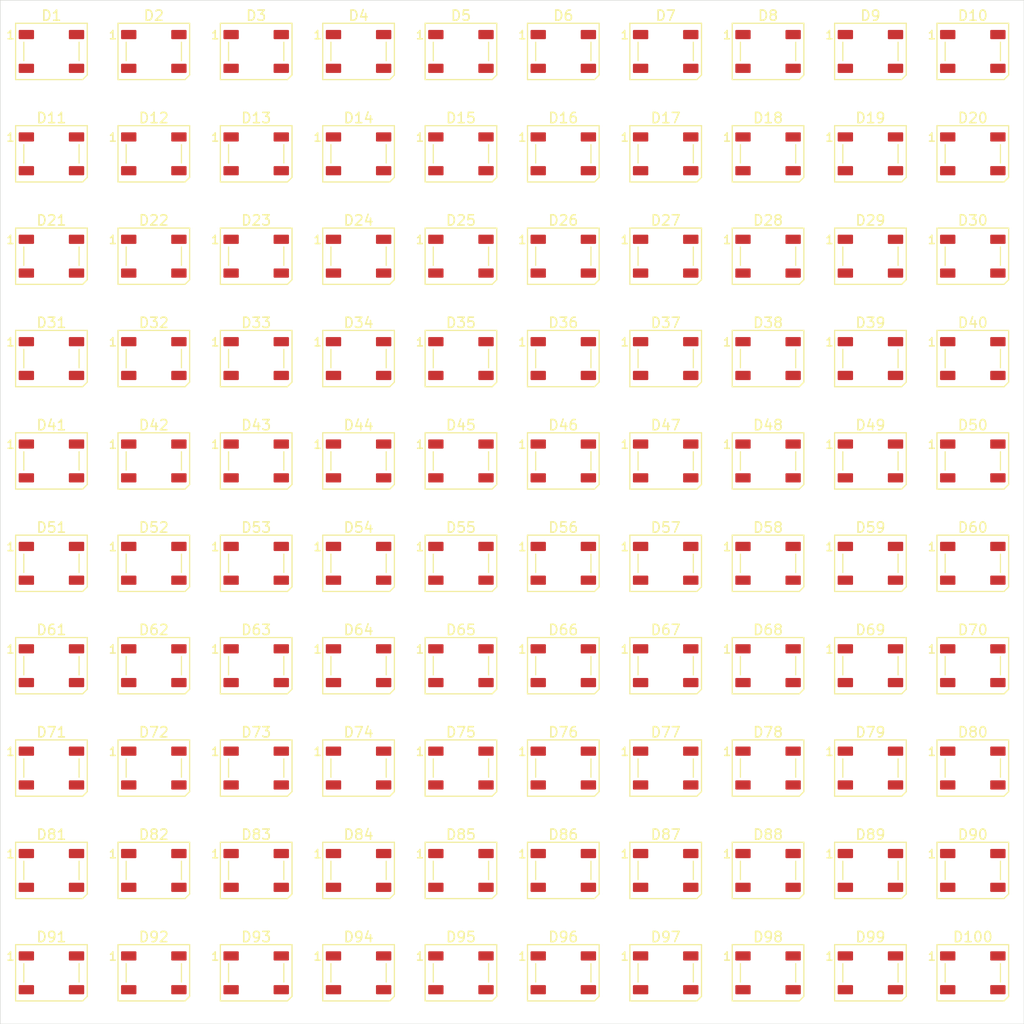
<source format=kicad_pcb>
(kicad_pcb (version 20241229) (generator "pcbnew") (generator_version "9.0")
  (layers (0 "F.Cu" signal) (2 "B.Cu" signal) (13 "F.Paste" user) (15 "B.Paste" user) (5 "F.SilkS" user "F.Silkscreen") (7 "B.SilkS" user "B.Silkscreen") (1 "F.Mask" user) (3 "B.Mask" user) (25 "Edge.Cuts" user))
  (net 0 "")
  (net 1 "+5V")
  (net 2 "GND")
  (net 3 "/LED Array/LED_INPUT")
  (net 4 "Net-(D1-DOUT)")
  (footprint "LED_SMD:LED_WS2812B_PLCC4_5.0x5.0mm_P3.2mm" (layer "F.Cu") (at 135 55)
    (property "Reference" "D4" (at 0 -3.5 0) (layer "F.SilkS"))
    (property "Value" "WS2812B" (hide yes))
    (fp_text user "1" (at -4 -1.6 0) (layer "F.SilkS") (effects (font (size 0.8 0.8))))
    (pad "1" smd roundrect (at -2.45 -1.65) (size 1.5 0.9) (layers "F.Cu" "F.Mask" "F.Paste") (roundrect_rratio 0.1) (net 1 "+5V"))
    (pad "2" smd roundrect (at -2.45 1.65) (size 1.5 0.9) (layers "F.Cu" "F.Mask" "F.Paste") (roundrect_rratio 0.1) (net 4 "Net-(D1-DOUT)"))
    (pad "3" smd roundrect (at 2.45 1.65) (size 1.5 0.9) (layers "F.Cu" "F.Mask" "F.Paste") (roundrect_rratio 0.1) (net 2 "GND"))
    (pad "4" smd roundrect (at 2.45 -1.65) (size 1.5 0.9) (layers "F.Cu" "F.Mask" "F.Paste") (roundrect_rratio 0.1) (net 3 "/LED Array/LED_INPUT"))
  )
  (footprint "LED_SMD:LED_WS2812B_PLCC4_5.0x5.0mm_P3.2mm" (layer "F.Cu") (at 125 95)
    (property "Reference" "D43" (at 0 -3.5 0) (layer "F.SilkS"))
    (property "Value" "WS2812B" (hide yes))
    (fp_text user "1" (at -4 -1.6 0) (layer "F.SilkS") (effects (font (size 0.8 0.8))))
    (pad "1" smd roundrect (at -2.45 -1.65) (size 1.5 0.9) (layers "F.Cu" "F.Mask" "F.Paste") (roundrect_rratio 0.1) (net 1 "+5V"))
    (pad "2" smd roundrect (at -2.45 1.65) (size 1.5 0.9) (layers "F.Cu" "F.Mask" "F.Paste") (roundrect_rratio 0.1) (net 4 "Net-(D1-DOUT)"))
    (pad "3" smd roundrect (at 2.45 1.65) (size 1.5 0.9) (layers "F.Cu" "F.Mask" "F.Paste") (roundrect_rratio 0.1) (net 2 "GND"))
    (pad "4" smd roundrect (at 2.45 -1.65) (size 1.5 0.9) (layers "F.Cu" "F.Mask" "F.Paste") (roundrect_rratio 0.1) (net 3 "/LED Array/LED_INPUT"))
  )
  (footprint "LED_SMD:LED_WS2812B_PLCC4_5.0x5.0mm_P3.2mm" (layer "F.Cu") (at 115 65)
    (property "Reference" "D12" (at 0 -3.5 0) (layer "F.SilkS"))
    (property "Value" "WS2812B" (hide yes))
    (fp_text user "1" (at -4 -1.6 0) (layer "F.SilkS") (effects (font (size 0.8 0.8))))
    (pad "1" smd roundrect (at -2.45 -1.65) (size 1.5 0.9) (layers "F.Cu" "F.Mask" "F.Paste") (roundrect_rratio 0.1) (net 1 "+5V"))
    (pad "2" smd roundrect (at -2.45 1.65) (size 1.5 0.9) (layers "F.Cu" "F.Mask" "F.Paste") (roundrect_rratio 0.1) (net 4 "Net-(D1-DOUT)"))
    (pad "3" smd roundrect (at 2.45 1.65) (size 1.5 0.9) (layers "F.Cu" "F.Mask" "F.Paste") (roundrect_rratio 0.1) (net 2 "GND"))
    (pad "4" smd roundrect (at 2.45 -1.65) (size 1.5 0.9) (layers "F.Cu" "F.Mask" "F.Paste") (roundrect_rratio 0.1) (net 3 "/LED Array/LED_INPUT"))
  )
  (footprint "LED_SMD:LED_WS2812B_PLCC4_5.0x5.0mm_P3.2mm" (layer "F.Cu") (at 125 115)
    (property "Reference" "D63" (at 0 -3.5 0) (layer "F.SilkS"))
    (property "Value" "WS2812B" (hide yes))
    (fp_text user "1" (at -4 -1.6 0) (layer "F.SilkS") (effects (font (size 0.8 0.8))))
    (pad "1" smd roundrect (at -2.45 -1.65) (size 1.5 0.9) (layers "F.Cu" "F.Mask" "F.Paste") (roundrect_rratio 0.1) (net 1 "+5V"))
    (pad "2" smd roundrect (at -2.45 1.65) (size 1.5 0.9) (layers "F.Cu" "F.Mask" "F.Paste") (roundrect_rratio 0.1) (net 4 "Net-(D1-DOUT)"))
    (pad "3" smd roundrect (at 2.45 1.65) (size 1.5 0.9) (layers "F.Cu" "F.Mask" "F.Paste") (roundrect_rratio 0.1) (net 2 "GND"))
    (pad "4" smd roundrect (at 2.45 -1.65) (size 1.5 0.9) (layers "F.Cu" "F.Mask" "F.Paste") (roundrect_rratio 0.1) (net 3 "/LED Array/LED_INPUT"))
  )
  (footprint "LED_SMD:LED_WS2812B_PLCC4_5.0x5.0mm_P3.2mm" (layer "F.Cu") (at 145 115)
    (property "Reference" "D65" (at 0 -3.5 0) (layer "F.SilkS"))
    (property "Value" "WS2812B" (hide yes))
    (fp_text user "1" (at -4 -1.6 0) (layer "F.SilkS") (effects (font (size 0.8 0.8))))
    (pad "1" smd roundrect (at -2.45 -1.65) (size 1.5 0.9) (layers "F.Cu" "F.Mask" "F.Paste") (roundrect_rratio 0.1) (net 1 "+5V"))
    (pad "2" smd roundrect (at -2.45 1.65) (size 1.5 0.9) (layers "F.Cu" "F.Mask" "F.Paste") (roundrect_rratio 0.1) (net 4 "Net-(D1-DOUT)"))
    (pad "3" smd roundrect (at 2.45 1.65) (size 1.5 0.9) (layers "F.Cu" "F.Mask" "F.Paste") (roundrect_rratio 0.1) (net 2 "GND"))
    (pad "4" smd roundrect (at 2.45 -1.65) (size 1.5 0.9) (layers "F.Cu" "F.Mask" "F.Paste") (roundrect_rratio 0.1) (net 3 "/LED Array/LED_INPUT"))
  )
  (footprint "LED_SMD:LED_WS2812B_PLCC4_5.0x5.0mm_P3.2mm" (layer "F.Cu") (at 135 145)
    (property "Reference" "D94" (at 0 -3.5 0) (layer "F.SilkS"))
    (property "Value" "WS2812B" (hide yes))
    (fp_text user "1" (at -4 -1.6 0) (layer "F.SilkS") (effects (font (size 0.8 0.8))))
    (pad "1" smd roundrect (at -2.45 -1.65) (size 1.5 0.9) (layers "F.Cu" "F.Mask" "F.Paste") (roundrect_rratio 0.1) (net 1 "+5V"))
    (pad "2" smd roundrect (at -2.45 1.65) (size 1.5 0.9) (layers "F.Cu" "F.Mask" "F.Paste") (roundrect_rratio 0.1) (net 4 "Net-(D1-DOUT)"))
    (pad "3" smd roundrect (at 2.45 1.65) (size 1.5 0.9) (layers "F.Cu" "F.Mask" "F.Paste") (roundrect_rratio 0.1) (net 2 "GND"))
    (pad "4" smd roundrect (at 2.45 -1.65) (size 1.5 0.9) (layers "F.Cu" "F.Mask" "F.Paste") (roundrect_rratio 0.1) (net 3 "/LED Array/LED_INPUT"))
  )
  (footprint "LED_SMD:LED_WS2812B_PLCC4_5.0x5.0mm_P3.2mm" (layer "F.Cu") (at 105 115)
    (property "Reference" "D61" (at 0 -3.5 0) (layer "F.SilkS"))
    (property "Value" "WS2812B" (hide yes))
    (fp_text user "1" (at -4 -1.6 0) (layer "F.SilkS") (effects (font (size 0.8 0.8))))
    (pad "1" smd roundrect (at -2.45 -1.65) (size 1.5 0.9) (layers "F.Cu" "F.Mask" "F.Paste") (roundrect_rratio 0.1) (net 1 "+5V"))
    (pad "2" smd roundrect (at -2.45 1.65) (size 1.5 0.9) (layers "F.Cu" "F.Mask" "F.Paste") (roundrect_rratio 0.1) (net 4 "Net-(D1-DOUT)"))
    (pad "3" smd roundrect (at 2.45 1.65) (size 1.5 0.9) (layers "F.Cu" "F.Mask" "F.Paste") (roundrect_rratio 0.1) (net 2 "GND"))
    (pad "4" smd roundrect (at 2.45 -1.65) (size 1.5 0.9) (layers "F.Cu" "F.Mask" "F.Paste") (roundrect_rratio 0.1) (net 3 "/LED Array/LED_INPUT"))
  )
  (footprint "LED_SMD:LED_WS2812B_PLCC4_5.0x5.0mm_P3.2mm" (layer "F.Cu") (at 145 85)
    (property "Reference" "D35" (at 0 -3.5 0) (layer "F.SilkS"))
    (property "Value" "WS2812B" (hide yes))
    (fp_text user "1" (at -4 -1.6 0) (layer "F.SilkS") (effects (font (size 0.8 0.8))))
    (pad "1" smd roundrect (at -2.45 -1.65) (size 1.5 0.9) (layers "F.Cu" "F.Mask" "F.Paste") (roundrect_rratio 0.1) (net 1 "+5V"))
    (pad "2" smd roundrect (at -2.45 1.65) (size 1.5 0.9) (layers "F.Cu" "F.Mask" "F.Paste") (roundrect_rratio 0.1) (net 4 "Net-(D1-DOUT)"))
    (pad "3" smd roundrect (at 2.45 1.65) (size 1.5 0.9) (layers "F.Cu" "F.Mask" "F.Paste") (roundrect_rratio 0.1) (net 2 "GND"))
    (pad "4" smd roundrect (at 2.45 -1.65) (size 1.5 0.9) (layers "F.Cu" "F.Mask" "F.Paste") (roundrect_rratio 0.1) (net 3 "/LED Array/LED_INPUT"))
  )
  (footprint "LED_SMD:LED_WS2812B_PLCC4_5.0x5.0mm_P3.2mm" (layer "F.Cu") (at 165 85)
    (property "Reference" "D37" (at 0 -3.5 0) (layer "F.SilkS"))
    (property "Value" "WS2812B" (hide yes))
    (fp_text user "1" (at -4 -1.6 0) (layer "F.SilkS") (effects (font (size 0.8 0.8))))
    (pad "1" smd roundrect (at -2.45 -1.65) (size 1.5 0.9) (layers "F.Cu" "F.Mask" "F.Paste") (roundrect_rratio 0.1) (net 1 "+5V"))
    (pad "2" smd roundrect (at -2.45 1.65) (size 1.5 0.9) (layers "F.Cu" "F.Mask" "F.Paste") (roundrect_rratio 0.1) (net 4 "Net-(D1-DOUT)"))
    (pad "3" smd roundrect (at 2.45 1.65) (size 1.5 0.9) (layers "F.Cu" "F.Mask" "F.Paste") (roundrect_rratio 0.1) (net 2 "GND"))
    (pad "4" smd roundrect (at 2.45 -1.65) (size 1.5 0.9) (layers "F.Cu" "F.Mask" "F.Paste") (roundrect_rratio 0.1) (net 3 "/LED Array/LED_INPUT"))
  )
  (footprint "LED_SMD:LED_WS2812B_PLCC4_5.0x5.0mm_P3.2mm" (layer "F.Cu") (at 175 105)
    (property "Reference" "D58" (at 0 -3.5 0) (layer "F.SilkS"))
    (property "Value" "WS2812B" (hide yes))
    (fp_text user "1" (at -4 -1.6 0) (layer "F.SilkS") (effects (font (size 0.8 0.8))))
    (pad "1" smd roundrect (at -2.45 -1.65) (size 1.5 0.9) (layers "F.Cu" "F.Mask" "F.Paste") (roundrect_rratio 0.1) (net 1 "+5V"))
    (pad "2" smd roundrect (at -2.45 1.65) (size 1.5 0.9) (layers "F.Cu" "F.Mask" "F.Paste") (roundrect_rratio 0.1) (net 4 "Net-(D1-DOUT)"))
    (pad "3" smd roundrect (at 2.45 1.65) (size 1.5 0.9) (layers "F.Cu" "F.Mask" "F.Paste") (roundrect_rratio 0.1) (net 2 "GND"))
    (pad "4" smd roundrect (at 2.45 -1.65) (size 1.5 0.9) (layers "F.Cu" "F.Mask" "F.Paste") (roundrect_rratio 0.1) (net 3 "/LED Array/LED_INPUT"))
  )
  (footprint "LED_SMD:LED_WS2812B_PLCC4_5.0x5.0mm_P3.2mm" (layer "F.Cu") (at 175 115)
    (property "Reference" "D68" (at 0 -3.5 0) (layer "F.SilkS"))
    (property "Value" "WS2812B" (hide yes))
    (fp_text user "1" (at -4 -1.6 0) (layer "F.SilkS") (effects (font (size 0.8 0.8))))
    (pad "1" smd roundrect (at -2.45 -1.65) (size 1.5 0.9) (layers "F.Cu" "F.Mask" "F.Paste") (roundrect_rratio 0.1) (net 1 "+5V"))
    (pad "2" smd roundrect (at -2.45 1.65) (size 1.5 0.9) (layers "F.Cu" "F.Mask" "F.Paste") (roundrect_rratio 0.1) (net 4 "Net-(D1-DOUT)"))
    (pad "3" smd roundrect (at 2.45 1.65) (size 1.5 0.9) (layers "F.Cu" "F.Mask" "F.Paste") (roundrect_rratio 0.1) (net 2 "GND"))
    (pad "4" smd roundrect (at 2.45 -1.65) (size 1.5 0.9) (layers "F.Cu" "F.Mask" "F.Paste") (roundrect_rratio 0.1) (net 3 "/LED Array/LED_INPUT"))
  )
  (footprint "LED_SMD:LED_WS2812B_PLCC4_5.0x5.0mm_P3.2mm" (layer "F.Cu") (at 145 105)
    (property "Reference" "D55" (at 0 -3.5 0) (layer "F.SilkS"))
    (property "Value" "WS2812B" (hide yes))
    (fp_text user "1" (at -4 -1.6 0) (layer "F.SilkS") (effects (font (size 0.8 0.8))))
    (pad "1" smd roundrect (at -2.45 -1.65) (size 1.5 0.9) (layers "F.Cu" "F.Mask" "F.Paste") (roundrect_rratio 0.1) (net 1 "+5V"))
    (pad "2" smd roundrect (at -2.45 1.65) (size 1.5 0.9) (layers "F.Cu" "F.Mask" "F.Paste") (roundrect_rratio 0.1) (net 4 "Net-(D1-DOUT)"))
    (pad "3" smd roundrect (at 2.45 1.65) (size 1.5 0.9) (layers "F.Cu" "F.Mask" "F.Paste") (roundrect_rratio 0.1) (net 2 "GND"))
    (pad "4" smd roundrect (at 2.45 -1.65) (size 1.5 0.9) (layers "F.Cu" "F.Mask" "F.Paste") (roundrect_rratio 0.1) (net 3 "/LED Array/LED_INPUT"))
  )
  (footprint "LED_SMD:LED_WS2812B_PLCC4_5.0x5.0mm_P3.2mm" (layer "F.Cu") (at 175 65)
    (property "Reference" "D18" (at 0 -3.5 0) (layer "F.SilkS"))
    (property "Value" "WS2812B" (hide yes))
    (fp_text user "1" (at -4 -1.6 0) (layer "F.SilkS") (effects (font (size 0.8 0.8))))
    (pad "1" smd roundrect (at -2.45 -1.65) (size 1.5 0.9) (layers "F.Cu" "F.Mask" "F.Paste") (roundrect_rratio 0.1) (net 1 "+5V"))
    (pad "2" smd roundrect (at -2.45 1.65) (size 1.5 0.9) (layers "F.Cu" "F.Mask" "F.Paste") (roundrect_rratio 0.1) (net 4 "Net-(D1-DOUT)"))
    (pad "3" smd roundrect (at 2.45 1.65) (size 1.5 0.9) (layers "F.Cu" "F.Mask" "F.Paste") (roundrect_rratio 0.1) (net 2 "GND"))
    (pad "4" smd roundrect (at 2.45 -1.65) (size 1.5 0.9) (layers "F.Cu" "F.Mask" "F.Paste") (roundrect_rratio 0.1) (net 3 "/LED Array/LED_INPUT"))
  )
  (footprint "LED_SMD:LED_WS2812B_PLCC4_5.0x5.0mm_P3.2mm" (layer "F.Cu") (at 185 55)
    (property "Reference" "D9" (at 0 -3.5 0) (layer "F.SilkS"))
    (property "Value" "WS2812B" (hide yes))
    (fp_text user "1" (at -4 -1.6 0) (layer "F.SilkS") (effects (font (size 0.8 0.8))))
    (pad "1" smd roundrect (at -2.45 -1.65) (size 1.5 0.9) (layers "F.Cu" "F.Mask" "F.Paste") (roundrect_rratio 0.1) (net 1 "+5V"))
    (pad "2" smd roundrect (at -2.45 1.65) (size 1.5 0.9) (layers "F.Cu" "F.Mask" "F.Paste") (roundrect_rratio 0.1) (net 4 "Net-(D1-DOUT)"))
    (pad "3" smd roundrect (at 2.45 1.65) (size 1.5 0.9) (layers "F.Cu" "F.Mask" "F.Paste") (roundrect_rratio 0.1) (net 2 "GND"))
    (pad "4" smd roundrect (at 2.45 -1.65) (size 1.5 0.9) (layers "F.Cu" "F.Mask" "F.Paste") (roundrect_rratio 0.1) (net 3 "/LED Array/LED_INPUT"))
  )
  (footprint "LED_SMD:LED_WS2812B_PLCC4_5.0x5.0mm_P3.2mm" (layer "F.Cu") (at 175 145)
    (property "Reference" "D98" (at 0 -3.5 0) (layer "F.SilkS"))
    (property "Value" "WS2812B" (hide yes))
    (fp_text user "1" (at -4 -1.6 0) (layer "F.SilkS") (effects (font (size 0.8 0.8))))
    (pad "1" smd roundrect (at -2.45 -1.65) (size 1.5 0.9) (layers "F.Cu" "F.Mask" "F.Paste") (roundrect_rratio 0.1) (net 1 "+5V"))
    (pad "2" smd roundrect (at -2.45 1.65) (size 1.5 0.9) (layers "F.Cu" "F.Mask" "F.Paste") (roundrect_rratio 0.1) (net 4 "Net-(D1-DOUT)"))
    (pad "3" smd roundrect (at 2.45 1.65) (size 1.5 0.9) (layers "F.Cu" "F.Mask" "F.Paste") (roundrect_rratio 0.1) (net 2 "GND"))
    (pad "4" smd roundrect (at 2.45 -1.65) (size 1.5 0.9) (layers "F.Cu" "F.Mask" "F.Paste") (roundrect_rratio 0.1) (net 3 "/LED Array/LED_INPUT"))
  )
  (footprint "LED_SMD:LED_WS2812B_PLCC4_5.0x5.0mm_P3.2mm" (layer "F.Cu") (at 105 75)
    (property "Reference" "D21" (at 0 -3.5 0) (layer "F.SilkS"))
    (property "Value" "WS2812B" (hide yes))
    (fp_text user "1" (at -4 -1.6 0) (layer "F.SilkS") (effects (font (size 0.8 0.8))))
    (pad "1" smd roundrect (at -2.45 -1.65) (size 1.5 0.9) (layers "F.Cu" "F.Mask" "F.Paste") (roundrect_rratio 0.1) (net 1 "+5V"))
    (pad "2" smd roundrect (at -2.45 1.65) (size 1.5 0.9) (layers "F.Cu" "F.Mask" "F.Paste") (roundrect_rratio 0.1) (net 4 "Net-(D1-DOUT)"))
    (pad "3" smd roundrect (at 2.45 1.65) (size 1.5 0.9) (layers "F.Cu" "F.Mask" "F.Paste") (roundrect_rratio 0.1) (net 2 "GND"))
    (pad "4" smd roundrect (at 2.45 -1.65) (size 1.5 0.9) (layers "F.Cu" "F.Mask" "F.Paste") (roundrect_rratio 0.1) (net 3 "/LED Array/LED_INPUT"))
  )
  (footprint "LED_SMD:LED_WS2812B_PLCC4_5.0x5.0mm_P3.2mm" (layer "F.Cu") (at 105 85)
    (property "Reference" "D31" (at 0 -3.5 0) (layer "F.SilkS"))
    (property "Value" "WS2812B" (hide yes))
    (fp_text user "1" (at -4 -1.6 0) (layer "F.SilkS") (effects (font (size 0.8 0.8))))
    (pad "1" smd roundrect (at -2.45 -1.65) (size 1.5 0.9) (layers "F.Cu" "F.Mask" "F.Paste") (roundrect_rratio 0.1) (net 1 "+5V"))
    (pad "2" smd roundrect (at -2.45 1.65) (size 1.5 0.9) (layers "F.Cu" "F.Mask" "F.Paste") (roundrect_rratio 0.1) (net 4 "Net-(D1-DOUT)"))
    (pad "3" smd roundrect (at 2.45 1.65) (size 1.5 0.9) (layers "F.Cu" "F.Mask" "F.Paste") (roundrect_rratio 0.1) (net 2 "GND"))
    (pad "4" smd roundrect (at 2.45 -1.65) (size 1.5 0.9) (layers "F.Cu" "F.Mask" "F.Paste") (roundrect_rratio 0.1) (net 3 "/LED Array/LED_INPUT"))
  )
  (footprint "LED_SMD:LED_WS2812B_PLCC4_5.0x5.0mm_P3.2mm" (layer "F.Cu") (at 185 85)
    (property "Reference" "D39" (at 0 -3.5 0) (layer "F.SilkS"))
    (property "Value" "WS2812B" (hide yes))
    (fp_text user "1" (at -4 -1.6 0) (layer "F.SilkS") (effects (font (size 0.8 0.8))))
    (pad "1" smd roundrect (at -2.45 -1.65) (size 1.5 0.9) (layers "F.Cu" "F.Mask" "F.Paste") (roundrect_rratio 0.1) (net 1 "+5V"))
    (pad "2" smd roundrect (at -2.45 1.65) (size 1.5 0.9) (layers "F.Cu" "F.Mask" "F.Paste") (roundrect_rratio 0.1) (net 4 "Net-(D1-DOUT)"))
    (pad "3" smd roundrect (at 2.45 1.65) (size 1.5 0.9) (layers "F.Cu" "F.Mask" "F.Paste") (roundrect_rratio 0.1) (net 2 "GND"))
    (pad "4" smd roundrect (at 2.45 -1.65) (size 1.5 0.9) (layers "F.Cu" "F.Mask" "F.Paste") (roundrect_rratio 0.1) (net 3 "/LED Array/LED_INPUT"))
  )
  (footprint "LED_SMD:LED_WS2812B_PLCC4_5.0x5.0mm_P3.2mm" (layer "F.Cu") (at 105 55)
    (property "Reference" "D1" (at 0 -3.5 0) (layer "F.SilkS"))
    (property "Value" "WS2812B" (hide yes))
    (fp_text user "1" (at -4 -1.6 0) (layer "F.SilkS") (effects (font (size 0.8 0.8))))
    (pad "1" smd roundrect (at -2.45 -1.65) (size 1.5 0.9) (layers "F.Cu" "F.Mask" "F.Paste") (roundrect_rratio 0.1) (net 1 "+5V"))
    (pad "2" smd roundrect (at -2.45 1.65) (size 1.5 0.9) (layers "F.Cu" "F.Mask" "F.Paste") (roundrect_rratio 0.1) (net 4 "Net-(D1-DOUT)"))
    (pad "3" smd roundrect (at 2.45 1.65) (size 1.5 0.9) (layers "F.Cu" "F.Mask" "F.Paste") (roundrect_rratio 0.1) (net 2 "GND"))
    (pad "4" smd roundrect (at 2.45 -1.65) (size 1.5 0.9) (layers "F.Cu" "F.Mask" "F.Paste") (roundrect_rratio 0.1) (net 3 "/LED Array/LED_INPUT"))
  )
  (footprint "LED_SMD:LED_WS2812B_PLCC4_5.0x5.0mm_P3.2mm" (layer "F.Cu") (at 135 125)
    (property "Reference" "D74" (at 0 -3.5 0) (layer "F.SilkS"))
    (property "Value" "WS2812B" (hide yes))
    (fp_text user "1" (at -4 -1.6 0) (layer "F.SilkS") (effects (font (size 0.8 0.8))))
    (pad "1" smd roundrect (at -2.45 -1.65) (size 1.5 0.9) (layers "F.Cu" "F.Mask" "F.Paste") (roundrect_rratio 0.1) (net 1 "+5V"))
    (pad "2" smd roundrect (at -2.45 1.65) (size 1.5 0.9) (layers "F.Cu" "F.Mask" "F.Paste") (roundrect_rratio 0.1) (net 4 "Net-(D1-DOUT)"))
    (pad "3" smd roundrect (at 2.45 1.65) (size 1.5 0.9) (layers "F.Cu" "F.Mask" "F.Paste") (roundrect_rratio 0.1) (net 2 "GND"))
    (pad "4" smd roundrect (at 2.45 -1.65) (size 1.5 0.9) (layers "F.Cu" "F.Mask" "F.Paste") (roundrect_rratio 0.1) (net 3 "/LED Array/LED_INPUT"))
  )
  (footprint "LED_SMD:LED_WS2812B_PLCC4_5.0x5.0mm_P3.2mm" (layer "F.Cu") (at 195 75)
    (property "Reference" "D30" (at 0 -3.5 0) (layer "F.SilkS"))
    (property "Value" "WS2812B" (hide yes))
    (fp_text user "1" (at -4 -1.6 0) (layer "F.SilkS") (effects (font (size 0.8 0.8))))
    (pad "1" smd roundrect (at -2.45 -1.65) (size 1.5 0.9) (layers "F.Cu" "F.Mask" "F.Paste") (roundrect_rratio 0.1) (net 1 "+5V"))
    (pad "2" smd roundrect (at -2.45 1.65) (size 1.5 0.9) (layers "F.Cu" "F.Mask" "F.Paste") (roundrect_rratio 0.1) (net 4 "Net-(D1-DOUT)"))
    (pad "3" smd roundrect (at 2.45 1.65) (size 1.5 0.9) (layers "F.Cu" "F.Mask" "F.Paste") (roundrect_rratio 0.1) (net 2 "GND"))
    (pad "4" smd roundrect (at 2.45 -1.65) (size 1.5 0.9) (layers "F.Cu" "F.Mask" "F.Paste") (roundrect_rratio 0.1) (net 3 "/LED Array/LED_INPUT"))
  )
  (footprint "LED_SMD:LED_WS2812B_PLCC4_5.0x5.0mm_P3.2mm" (layer "F.Cu") (at 155 105)
    (property "Reference" "D56" (at 0 -3.5 0) (layer "F.SilkS"))
    (property "Value" "WS2812B" (hide yes))
    (fp_text user "1" (at -4 -1.6 0) (layer "F.SilkS") (effects (font (size 0.8 0.8))))
    (pad "1" smd roundrect (at -2.45 -1.65) (size 1.5 0.9) (layers "F.Cu" "F.Mask" "F.Paste") (roundrect_rratio 0.1) (net 1 "+5V"))
    (pad "2" smd roundrect (at -2.45 1.65) (size 1.5 0.9) (layers "F.Cu" "F.Mask" "F.Paste") (roundrect_rratio 0.1) (net 4 "Net-(D1-DOUT)"))
    (pad "3" smd roundrect (at 2.45 1.65) (size 1.5 0.9) (layers "F.Cu" "F.Mask" "F.Paste") (roundrect_rratio 0.1) (net 2 "GND"))
    (pad "4" smd roundrect (at 2.45 -1.65) (size 1.5 0.9) (layers "F.Cu" "F.Mask" "F.Paste") (roundrect_rratio 0.1) (net 3 "/LED Array/LED_INPUT"))
  )
  (footprint "LED_SMD:LED_WS2812B_PLCC4_5.0x5.0mm_P3.2mm" (layer "F.Cu") (at 155 145)
    (property "Reference" "D96" (at 0 -3.5 0) (layer "F.SilkS"))
    (property "Value" "WS2812B" (hide yes))
    (fp_text user "1" (at -4 -1.6 0) (layer "F.SilkS") (effects (font (size 0.8 0.8))))
    (pad "1" smd roundrect (at -2.45 -1.65) (size 1.5 0.9) (layers "F.Cu" "F.Mask" "F.Paste") (roundrect_rratio 0.1) (net 1 "+5V"))
    (pad "2" smd roundrect (at -2.45 1.65) (size 1.5 0.9) (layers "F.Cu" "F.Mask" "F.Paste") (roundrect_rratio 0.1) (net 4 "Net-(D1-DOUT)"))
    (pad "3" smd roundrect (at 2.45 1.65) (size 1.5 0.9) (layers "F.Cu" "F.Mask" "F.Paste") (roundrect_rratio 0.1) (net 2 "GND"))
    (pad "4" smd roundrect (at 2.45 -1.65) (size 1.5 0.9) (layers "F.Cu" "F.Mask" "F.Paste") (roundrect_rratio 0.1) (net 3 "/LED Array/LED_INPUT"))
  )
  (footprint "LED_SMD:LED_WS2812B_PLCC4_5.0x5.0mm_P3.2mm" (layer "F.Cu") (at 125 135)
    (property "Reference" "D83" (at 0 -3.5 0) (layer "F.SilkS"))
    (property "Value" "WS2812B" (hide yes))
    (fp_text user "1" (at -4 -1.6 0) (layer "F.SilkS") (effects (font (size 0.8 0.8))))
    (pad "1" smd roundrect (at -2.45 -1.65) (size 1.5 0.9) (layers "F.Cu" "F.Mask" "F.Paste") (roundrect_rratio 0.1) (net 1 "+5V"))
    (pad "2" smd roundrect (at -2.45 1.65) (size 1.5 0.9) (layers "F.Cu" "F.Mask" "F.Paste") (roundrect_rratio 0.1) (net 4 "Net-(D1-DOUT)"))
    (pad "3" smd roundrect (at 2.45 1.65) (size 1.5 0.9) (layers "F.Cu" "F.Mask" "F.Paste") (roundrect_rratio 0.1) (net 2 "GND"))
    (pad "4" smd roundrect (at 2.45 -1.65) (size 1.5 0.9) (layers "F.Cu" "F.Mask" "F.Paste") (roundrect_rratio 0.1) (net 3 "/LED Array/LED_INPUT"))
  )
  (footprint "LED_SMD:LED_WS2812B_PLCC4_5.0x5.0mm_P3.2mm" (layer "F.Cu") (at 195 135)
    (property "Reference" "D90" (at 0 -3.5 0) (layer "F.SilkS"))
    (property "Value" "WS2812B" (hide yes))
    (fp_text user "1" (at -4 -1.6 0) (layer "F.SilkS") (effects (font (size 0.8 0.8))))
    (pad "1" smd roundrect (at -2.45 -1.65) (size 1.5 0.9) (layers "F.Cu" "F.Mask" "F.Paste") (roundrect_rratio 0.1) (net 1 "+5V"))
    (pad "2" smd roundrect (at -2.45 1.65) (size 1.5 0.9) (layers "F.Cu" "F.Mask" "F.Paste") (roundrect_rratio 0.1) (net 4 "Net-(D1-DOUT)"))
    (pad "3" smd roundrect (at 2.45 1.65) (size 1.5 0.9) (layers "F.Cu" "F.Mask" "F.Paste") (roundrect_rratio 0.1) (net 2 "GND"))
    (pad "4" smd roundrect (at 2.45 -1.65) (size 1.5 0.9) (layers "F.Cu" "F.Mask" "F.Paste") (roundrect_rratio 0.1) (net 3 "/LED Array/LED_INPUT"))
  )
  (footprint "LED_SMD:LED_WS2812B_PLCC4_5.0x5.0mm_P3.2mm" (layer "F.Cu") (at 195 95)
    (property "Reference" "D50" (at 0 -3.5 0) (layer "F.SilkS"))
    (property "Value" "WS2812B" (hide yes))
    (fp_text user "1" (at -4 -1.6 0) (layer "F.SilkS") (effects (font (size 0.8 0.8))))
    (pad "1" smd roundrect (at -2.45 -1.65) (size 1.5 0.9) (layers "F.Cu" "F.Mask" "F.Paste") (roundrect_rratio 0.1) (net 1 "+5V"))
    (pad "2" smd roundrect (at -2.45 1.65) (size 1.5 0.9) (layers "F.Cu" "F.Mask" "F.Paste") (roundrect_rratio 0.1) (net 4 "Net-(D1-DOUT)"))
    (pad "3" smd roundrect (at 2.45 1.65) (size 1.5 0.9) (layers "F.Cu" "F.Mask" "F.Paste") (roundrect_rratio 0.1) (net 2 "GND"))
    (pad "4" smd roundrect (at 2.45 -1.65) (size 1.5 0.9) (layers "F.Cu" "F.Mask" "F.Paste") (roundrect_rratio 0.1) (net 3 "/LED Array/LED_INPUT"))
  )
  (footprint "LED_SMD:LED_WS2812B_PLCC4_5.0x5.0mm_P3.2mm" (layer "F.Cu") (at 115 135)
    (property "Reference" "D82" (at 0 -3.5 0) (layer "F.SilkS"))
    (property "Value" "WS2812B" (hide yes))
    (fp_text user "1" (at -4 -1.6 0) (layer "F.SilkS") (effects (font (size 0.8 0.8))))
    (pad "1" smd roundrect (at -2.45 -1.65) (size 1.5 0.9) (layers "F.Cu" "F.Mask" "F.Paste") (roundrect_rratio 0.1) (net 1 "+5V"))
    (pad "2" smd roundrect (at -2.45 1.65) (size 1.5 0.9) (layers "F.Cu" "F.Mask" "F.Paste") (roundrect_rratio 0.1) (net 4 "Net-(D1-DOUT)"))
    (pad "3" smd roundrect (at 2.45 1.65) (size 1.5 0.9) (layers "F.Cu" "F.Mask" "F.Paste") (roundrect_rratio 0.1) (net 2 "GND"))
    (pad "4" smd roundrect (at 2.45 -1.65) (size 1.5 0.9) (layers "F.Cu" "F.Mask" "F.Paste") (roundrect_rratio 0.1) (net 3 "/LED Array/LED_INPUT"))
  )
  (footprint "LED_SMD:LED_WS2812B_PLCC4_5.0x5.0mm_P3.2mm" (layer "F.Cu") (at 165 135)
    (property "Reference" "D87" (at 0 -3.5 0) (layer "F.SilkS"))
    (property "Value" "WS2812B" (hide yes))
    (fp_text user "1" (at -4 -1.6 0) (layer "F.SilkS") (effects (font (size 0.8 0.8))))
    (pad "1" smd roundrect (at -2.45 -1.65) (size 1.5 0.9) (layers "F.Cu" "F.Mask" "F.Paste") (roundrect_rratio 0.1) (net 1 "+5V"))
    (pad "2" smd roundrect (at -2.45 1.65) (size 1.5 0.9) (layers "F.Cu" "F.Mask" "F.Paste") (roundrect_rratio 0.1) (net 4 "Net-(D1-DOUT)"))
    (pad "3" smd roundrect (at 2.45 1.65) (size 1.5 0.9) (layers "F.Cu" "F.Mask" "F.Paste") (roundrect_rratio 0.1) (net 2 "GND"))
    (pad "4" smd roundrect (at 2.45 -1.65) (size 1.5 0.9) (layers "F.Cu" "F.Mask" "F.Paste") (roundrect_rratio 0.1) (net 3 "/LED Array/LED_INPUT"))
  )
  (footprint "LED_SMD:LED_WS2812B_PLCC4_5.0x5.0mm_P3.2mm" (layer "F.Cu") (at 195 85)
    (property "Reference" "D40" (at 0 -3.5 0) (layer "F.SilkS"))
    (property "Value" "WS2812B" (hide yes))
    (fp_text user "1" (at -4 -1.6 0) (layer "F.SilkS") (effects (font (size 0.8 0.8))))
    (pad "1" smd roundrect (at -2.45 -1.65) (size 1.5 0.9) (layers "F.Cu" "F.Mask" "F.Paste") (roundrect_rratio 0.1) (net 1 "+5V"))
    (pad "2" smd roundrect (at -2.45 1.65) (size 1.5 0.9) (layers "F.Cu" "F.Mask" "F.Paste") (roundrect_rratio 0.1) (net 4 "Net-(D1-DOUT)"))
    (pad "3" smd roundrect (at 2.45 1.65) (size 1.5 0.9) (layers "F.Cu" "F.Mask" "F.Paste") (roundrect_rratio 0.1) (net 2 "GND"))
    (pad "4" smd roundrect (at 2.45 -1.65) (size 1.5 0.9) (layers "F.Cu" "F.Mask" "F.Paste") (roundrect_rratio 0.1) (net 3 "/LED Array/LED_INPUT"))
  )
  (footprint "LED_SMD:LED_WS2812B_PLCC4_5.0x5.0mm_P3.2mm" (layer "F.Cu") (at 125 105)
    (property "Reference" "D53" (at 0 -3.5 0) (layer "F.SilkS"))
    (property "Value" "WS2812B" (hide yes))
    (fp_text user "1" (at -4 -1.6 0) (layer "F.SilkS") (effects (font (size 0.8 0.8))))
    (pad "1" smd roundrect (at -2.45 -1.65) (size 1.5 0.9) (layers "F.Cu" "F.Mask" "F.Paste") (roundrect_rratio 0.1) (net 1 "+5V"))
    (pad "2" smd roundrect (at -2.45 1.65) (size 1.5 0.9) (layers "F.Cu" "F.Mask" "F.Paste") (roundrect_rratio 0.1) (net 4 "Net-(D1-DOUT)"))
    (pad "3" smd roundrect (at 2.45 1.65) (size 1.5 0.9) (layers "F.Cu" "F.Mask" "F.Paste") (roundrect_rratio 0.1) (net 2 "GND"))
    (pad "4" smd roundrect (at 2.45 -1.65) (size 1.5 0.9) (layers "F.Cu" "F.Mask" "F.Paste") (roundrect_rratio 0.1) (net 3 "/LED Array/LED_INPUT"))
  )
  (footprint "LED_SMD:LED_WS2812B_PLCC4_5.0x5.0mm_P3.2mm" (layer "F.Cu") (at 105 95)
    (property "Reference" "D41" (at 0 -3.5 0) (layer "F.SilkS"))
    (property "Value" "WS2812B" (hide yes))
    (fp_text user "1" (at -4 -1.6 0) (layer "F.SilkS") (effects (font (size 0.8 0.8))))
    (pad "1" smd roundrect (at -2.45 -1.65) (size 1.5 0.9) (layers "F.Cu" "F.Mask" "F.Paste") (roundrect_rratio 0.1) (net 1 "+5V"))
    (pad "2" smd roundrect (at -2.45 1.65) (size 1.5 0.9) (layers "F.Cu" "F.Mask" "F.Paste") (roundrect_rratio 0.1) (net 4 "Net-(D1-DOUT)"))
    (pad "3" smd roundrect (at 2.45 1.65) (size 1.5 0.9) (layers "F.Cu" "F.Mask" "F.Paste") (roundrect_rratio 0.1) (net 2 "GND"))
    (pad "4" smd roundrect (at 2.45 -1.65) (size 1.5 0.9) (layers "F.Cu" "F.Mask" "F.Paste") (roundrect_rratio 0.1) (net 3 "/LED Array/LED_INPUT"))
  )
  (footprint "LED_SMD:LED_WS2812B_PLCC4_5.0x5.0mm_P3.2mm" (layer "F.Cu") (at 155 75)
    (property "Reference" "D26" (at 0 -3.5 0) (layer "F.SilkS"))
    (property "Value" "WS2812B" (hide yes))
    (fp_text user "1" (at -4 -1.6 0) (layer "F.SilkS") (effects (font (size 0.8 0.8))))
    (pad "1" smd roundrect (at -2.45 -1.65) (size 1.5 0.9) (layers "F.Cu" "F.Mask" "F.Paste") (roundrect_rratio 0.1) (net 1 "+5V"))
    (pad "2" smd roundrect (at -2.45 1.65) (size 1.5 0.9) (layers "F.Cu" "F.Mask" "F.Paste") (roundrect_rratio 0.1) (net 4 "Net-(D1-DOUT)"))
    (pad "3" smd roundrect (at 2.45 1.65) (size 1.5 0.9) (layers "F.Cu" "F.Mask" "F.Paste") (roundrect_rratio 0.1) (net 2 "GND"))
    (pad "4" smd roundrect (at 2.45 -1.65) (size 1.5 0.9) (layers "F.Cu" "F.Mask" "F.Paste") (roundrect_rratio 0.1) (net 3 "/LED Array/LED_INPUT"))
  )
  (footprint "LED_SMD:LED_WS2812B_PLCC4_5.0x5.0mm_P3.2mm" (layer "F.Cu") (at 145 55)
    (property "Reference" "D5" (at 0 -3.5 0) (layer "F.SilkS"))
    (property "Value" "WS2812B" (hide yes))
    (fp_text user "1" (at -4 -1.6 0) (layer "F.SilkS") (effects (font (size 0.8 0.8))))
    (pad "1" smd roundrect (at -2.45 -1.65) (size 1.5 0.9) (layers "F.Cu" "F.Mask" "F.Paste") (roundrect_rratio 0.1) (net 1 "+5V"))
    (pad "2" smd roundrect (at -2.45 1.65) (size 1.5 0.9) (layers "F.Cu" "F.Mask" "F.Paste") (roundrect_rratio 0.1) (net 4 "Net-(D1-DOUT)"))
    (pad "3" smd roundrect (at 2.45 1.65) (size 1.5 0.9) (layers "F.Cu" "F.Mask" "F.Paste") (roundrect_rratio 0.1) (net 2 "GND"))
    (pad "4" smd roundrect (at 2.45 -1.65) (size 1.5 0.9) (layers "F.Cu" "F.Mask" "F.Paste") (roundrect_rratio 0.1) (net 3 "/LED Array/LED_INPUT"))
  )
  (footprint "LED_SMD:LED_WS2812B_PLCC4_5.0x5.0mm_P3.2mm" (layer "F.Cu") (at 155 85)
    (property "Reference" "D36" (at 0 -3.5 0) (layer "F.SilkS"))
    (property "Value" "WS2812B" (hide yes))
    (fp_text user "1" (at -4 -1.6 0) (layer "F.SilkS") (effects (font (size 0.8 0.8))))
    (pad "1" smd roundrect (at -2.45 -1.65) (size 1.5 0.9) (layers "F.Cu" "F.Mask" "F.Paste") (roundrect_rratio 0.1) (net 1 "+5V"))
    (pad "2" smd roundrect (at -2.45 1.65) (size 1.5 0.9) (layers "F.Cu" "F.Mask" "F.Paste") (roundrect_rratio 0.1) (net 4 "Net-(D1-DOUT)"))
    (pad "3" smd roundrect (at 2.45 1.65) (size 1.5 0.9) (layers "F.Cu" "F.Mask" "F.Paste") (roundrect_rratio 0.1) (net 2 "GND"))
    (pad "4" smd roundrect (at 2.45 -1.65) (size 1.5 0.9) (layers "F.Cu" "F.Mask" "F.Paste") (roundrect_rratio 0.1) (net 3 "/LED Array/LED_INPUT"))
  )
  (footprint "LED_SMD:LED_WS2812B_PLCC4_5.0x5.0mm_P3.2mm" (layer "F.Cu") (at 115 85)
    (property "Reference" "D32" (at 0 -3.5 0) (layer "F.SilkS"))
    (property "Value" "WS2812B" (hide yes))
    (fp_text user "1" (at -4 -1.6 0) (layer "F.SilkS") (effects (font (size 0.8 0.8))))
    (pad "1" smd roundrect (at -2.45 -1.65) (size 1.5 0.9) (layers "F.Cu" "F.Mask" "F.Paste") (roundrect_rratio 0.1) (net 1 "+5V"))
    (pad "2" smd roundrect (at -2.45 1.65) (size 1.5 0.9) (layers "F.Cu" "F.Mask" "F.Paste") (roundrect_rratio 0.1) (net 4 "Net-(D1-DOUT)"))
    (pad "3" smd roundrect (at 2.45 1.65) (size 1.5 0.9) (layers "F.Cu" "F.Mask" "F.Paste") (roundrect_rratio 0.1) (net 2 "GND"))
    (pad "4" smd roundrect (at 2.45 -1.65) (size 1.5 0.9) (layers "F.Cu" "F.Mask" "F.Paste") (roundrect_rratio 0.1) (net 3 "/LED Array/LED_INPUT"))
  )
  (footprint "LED_SMD:LED_WS2812B_PLCC4_5.0x5.0mm_P3.2mm" (layer "F.Cu") (at 175 85)
    (property "Reference" "D38" (at 0 -3.5 0) (layer "F.SilkS"))
    (property "Value" "WS2812B" (hide yes))
    (fp_text user "1" (at -4 -1.6 0) (layer "F.SilkS") (effects (font (size 0.8 0.8))))
    (pad "1" smd roundrect (at -2.45 -1.65) (size 1.5 0.9) (layers "F.Cu" "F.Mask" "F.Paste") (roundrect_rratio 0.1) (net 1 "+5V"))
    (pad "2" smd roundrect (at -2.45 1.65) (size 1.5 0.9) (layers "F.Cu" "F.Mask" "F.Paste") (roundrect_rratio 0.1) (net 4 "Net-(D1-DOUT)"))
    (pad "3" smd roundrect (at 2.45 1.65) (size 1.5 0.9) (layers "F.Cu" "F.Mask" "F.Paste") (roundrect_rratio 0.1) (net 2 "GND"))
    (pad "4" smd roundrect (at 2.45 -1.65) (size 1.5 0.9) (layers "F.Cu" "F.Mask" "F.Paste") (roundrect_rratio 0.1) (net 3 "/LED Array/LED_INPUT"))
  )
  (footprint "LED_SMD:LED_WS2812B_PLCC4_5.0x5.0mm_P3.2mm" (layer "F.Cu") (at 105 135)
    (property "Reference" "D81" (at 0 -3.5 0) (layer "F.SilkS"))
    (property "Value" "WS2812B" (hide yes))
    (fp_text user "1" (at -4 -1.6 0) (layer "F.SilkS") (effects (font (size 0.8 0.8))))
    (pad "1" smd roundrect (at -2.45 -1.65) (size 1.5 0.9) (layers "F.Cu" "F.Mask" "F.Paste") (roundrect_rratio 0.1) (net 1 "+5V"))
    (pad "2" smd roundrect (at -2.45 1.65) (size 1.5 0.9) (layers "F.Cu" "F.Mask" "F.Paste") (roundrect_rratio 0.1) (net 4 "Net-(D1-DOUT)"))
    (pad "3" smd roundrect (at 2.45 1.65) (size 1.5 0.9) (layers "F.Cu" "F.Mask" "F.Paste") (roundrect_rratio 0.1) (net 2 "GND"))
    (pad "4" smd roundrect (at 2.45 -1.65) (size 1.5 0.9) (layers "F.Cu" "F.Mask" "F.Paste") (roundrect_rratio 0.1) (net 3 "/LED Array/LED_INPUT"))
  )
  (footprint "LED_SMD:LED_WS2812B_PLCC4_5.0x5.0mm_P3.2mm" (layer "F.Cu") (at 145 75)
    (property "Reference" "D25" (at 0 -3.5 0) (layer "F.SilkS"))
    (property "Value" "WS2812B" (hide yes))
    (fp_text user "1" (at -4 -1.6 0) (layer "F.SilkS") (effects (font (size 0.8 0.8))))
    (pad "1" smd roundrect (at -2.45 -1.65) (size 1.5 0.9) (layers "F.Cu" "F.Mask" "F.Paste") (roundrect_rratio 0.1) (net 1 "+5V"))
    (pad "2" smd roundrect (at -2.45 1.65) (size 1.5 0.9) (layers "F.Cu" "F.Mask" "F.Paste") (roundrect_rratio 0.1) (net 4 "Net-(D1-DOUT)"))
    (pad "3" smd roundrect (at 2.45 1.65) (size 1.5 0.9) (layers "F.Cu" "F.Mask" "F.Paste") (roundrect_rratio 0.1) (net 2 "GND"))
    (pad "4" smd roundrect (at 2.45 -1.65) (size 1.5 0.9) (layers "F.Cu" "F.Mask" "F.Paste") (roundrect_rratio 0.1) (net 3 "/LED Array/LED_INPUT"))
  )
  (footprint "LED_SMD:LED_WS2812B_PLCC4_5.0x5.0mm_P3.2mm" (layer "F.Cu") (at 165 105)
    (property "Reference" "D57" (at 0 -3.5 0) (layer "F.SilkS"))
    (property "Value" "WS2812B" (hide yes))
    (fp_text user "1" (at -4 -1.6 0) (layer "F.SilkS") (effects (font (size 0.8 0.8))))
    (pad "1" smd roundrect (at -2.45 -1.65) (size 1.5 0.9) (layers "F.Cu" "F.Mask" "F.Paste") (roundrect_rratio 0.1) (net 1 "+5V"))
    (pad "2" smd roundrect (at -2.45 1.65) (size 1.5 0.9) (layers "F.Cu" "F.Mask" "F.Paste") (roundrect_rratio 0.1) (net 4 "Net-(D1-DOUT)"))
    (pad "3" smd roundrect (at 2.45 1.65) (size 1.5 0.9) (layers "F.Cu" "F.Mask" "F.Paste") (roundrect_rratio 0.1) (net 2 "GND"))
    (pad "4" smd roundrect (at 2.45 -1.65) (size 1.5 0.9) (layers "F.Cu" "F.Mask" "F.Paste") (roundrect_rratio 0.1) (net 3 "/LED Array/LED_INPUT"))
  )
  (footprint "LED_SMD:LED_WS2812B_PLCC4_5.0x5.0mm_P3.2mm" (layer "F.Cu") (at 195 65)
    (property "Reference" "D20" (at 0 -3.5 0) (layer "F.SilkS"))
    (property "Value" "WS2812B" (hide yes))
    (fp_text user "1" (at -4 -1.6 0) (layer "F.SilkS") (effects (font (size 0.8 0.8))))
    (pad "1" smd roundrect (at -2.45 -1.65) (size 1.5 0.9) (layers "F.Cu" "F.Mask" "F.Paste") (roundrect_rratio 0.1) (net 1 "+5V"))
    (pad "2" smd roundrect (at -2.45 1.65) (size 1.5 0.9) (layers "F.Cu" "F.Mask" "F.Paste") (roundrect_rratio 0.1) (net 4 "Net-(D1-DOUT)"))
    (pad "3" smd roundrect (at 2.45 1.65) (size 1.5 0.9) (layers "F.Cu" "F.Mask" "F.Paste") (roundrect_rratio 0.1) (net 2 "GND"))
    (pad "4" smd roundrect (at 2.45 -1.65) (size 1.5 0.9) (layers "F.Cu" "F.Mask" "F.Paste") (roundrect_rratio 0.1) (net 3 "/LED Array/LED_INPUT"))
  )
  (footprint "LED_SMD:LED_WS2812B_PLCC4_5.0x5.0mm_P3.2mm" (layer "F.Cu") (at 135 75)
    (property "Reference" "D24" (at 0 -3.5 0) (layer "F.SilkS"))
    (property "Value" "WS2812B" (hide yes))
    (fp_text user "1" (at -4 -1.6 0) (layer "F.SilkS") (effects (font (size 0.8 0.8))))
    (pad "1" smd roundrect (at -2.45 -1.65) (size 1.5 0.9) (layers "F.Cu" "F.Mask" "F.Paste") (roundrect_rratio 0.1) (net 1 "+5V"))
    (pad "2" smd roundrect (at -2.45 1.65) (size 1.5 0.9) (layers "F.Cu" "F.Mask" "F.Paste") (roundrect_rratio 0.1) (net 4 "Net-(D1-DOUT)"))
    (pad "3" smd roundrect (at 2.45 1.65) (size 1.5 0.9) (layers "F.Cu" "F.Mask" "F.Paste") (roundrect_rratio 0.1) (net 2 "GND"))
    (pad "4" smd roundrect (at 2.45 -1.65) (size 1.5 0.9) (layers "F.Cu" "F.Mask" "F.Paste") (roundrect_rratio 0.1) (net 3 "/LED Array/LED_INPUT"))
  )
  (footprint "LED_SMD:LED_WS2812B_PLCC4_5.0x5.0mm_P3.2mm" (layer "F.Cu") (at 175 55)
    (property "Reference" "D8" (at 0 -3.5 0) (layer "F.SilkS"))
    (property "Value" "WS2812B" (hide yes))
    (fp_text user "1" (at -4 -1.6 0) (layer "F.SilkS") (effects (font (size 0.8 0.8))))
    (pad "1" smd roundrect (at -2.45 -1.65) (size 1.5 0.9) (layers "F.Cu" "F.Mask" "F.Paste") (roundrect_rratio 0.1) (net 1 "+5V"))
    (pad "2" smd roundrect (at -2.45 1.65) (size 1.5 0.9) (layers "F.Cu" "F.Mask" "F.Paste") (roundrect_rratio 0.1) (net 4 "Net-(D1-DOUT)"))
    (pad "3" smd roundrect (at 2.45 1.65) (size 1.5 0.9) (layers "F.Cu" "F.Mask" "F.Paste") (roundrect_rratio 0.1) (net 2 "GND"))
    (pad "4" smd roundrect (at 2.45 -1.65) (size 1.5 0.9) (layers "F.Cu" "F.Mask" "F.Paste") (roundrect_rratio 0.1) (net 3 "/LED Array/LED_INPUT"))
  )
  (footprint "LED_SMD:LED_WS2812B_PLCC4_5.0x5.0mm_P3.2mm" (layer "F.Cu") (at 145 125)
    (property "Reference" "D75" (at 0 -3.5 0) (layer "F.SilkS"))
    (property "Value" "WS2812B" (hide yes))
    (fp_text user "1" (at -4 -1.6 0) (layer "F.SilkS") (effects (font (size 0.8 0.8))))
    (pad "1" smd roundrect (at -2.45 -1.65) (size 1.5 0.9) (layers "F.Cu" "F.Mask" "F.Paste") (roundrect_rratio 0.1) (net 1 "+5V"))
    (pad "2" smd roundrect (at -2.45 1.65) (size 1.5 0.9) (layers "F.Cu" "F.Mask" "F.Paste") (roundrect_rratio 0.1) (net 4 "Net-(D1-DOUT)"))
    (pad "3" smd roundrect (at 2.45 1.65) (size 1.5 0.9) (layers "F.Cu" "F.Mask" "F.Paste") (roundrect_rratio 0.1) (net 2 "GND"))
    (pad "4" smd roundrect (at 2.45 -1.65) (size 1.5 0.9) (layers "F.Cu" "F.Mask" "F.Paste") (roundrect_rratio 0.1) (net 3 "/LED Array/LED_INPUT"))
  )
  (footprint "LED_SMD:LED_WS2812B_PLCC4_5.0x5.0mm_P3.2mm" (layer "F.Cu") (at 105 105)
    (property "Reference" "D51" (at 0 -3.5 0) (layer "F.SilkS"))
    (property "Value" "WS2812B" (hide yes))
    (fp_text user "1" (at -4 -1.6 0) (layer "F.SilkS") (effects (font (size 0.8 0.8))))
    (pad "1" smd roundrect (at -2.45 -1.65) (size 1.5 0.9) (layers "F.Cu" "F.Mask" "F.Paste") (roundrect_rratio 0.1) (net 1 "+5V"))
    (pad "2" smd roundrect (at -2.45 1.65) (size 1.5 0.9) (layers "F.Cu" "F.Mask" "F.Paste") (roundrect_rratio 0.1) (net 4 "Net-(D1-DOUT)"))
    (pad "3" smd roundrect (at 2.45 1.65) (size 1.5 0.9) (layers "F.Cu" "F.Mask" "F.Paste") (roundrect_rratio 0.1) (net 2 "GND"))
    (pad "4" smd roundrect (at 2.45 -1.65) (size 1.5 0.9) (layers "F.Cu" "F.Mask" "F.Paste") (roundrect_rratio 0.1) (net 3 "/LED Array/LED_INPUT"))
  )
  (footprint "LED_SMD:LED_WS2812B_PLCC4_5.0x5.0mm_P3.2mm" (layer "F.Cu") (at 115 115)
    (property "Reference" "D62" (at 0 -3.5 0) (layer "F.SilkS"))
    (property "Value" "WS2812B" (hide yes))
    (fp_text user "1" (at -4 -1.6 0) (layer "F.SilkS") (effects (font (size 0.8 0.8))))
    (pad "1" smd roundrect (at -2.45 -1.65) (size 1.5 0.9) (layers "F.Cu" "F.Mask" "F.Paste") (roundrect_rratio 0.1) (net 1 "+5V"))
    (pad "2" smd roundrect (at -2.45 1.65) (size 1.5 0.9) (layers "F.Cu" "F.Mask" "F.Paste") (roundrect_rratio 0.1) (net 4 "Net-(D1-DOUT)"))
    (pad "3" smd roundrect (at 2.45 1.65) (size 1.5 0.9) (layers "F.Cu" "F.Mask" "F.Paste") (roundrect_rratio 0.1) (net 2 "GND"))
    (pad "4" smd roundrect (at 2.45 -1.65) (size 1.5 0.9) (layers "F.Cu" "F.Mask" "F.Paste") (roundrect_rratio 0.1) (net 3 "/LED Array/LED_INPUT"))
  )
  (footprint "LED_SMD:LED_WS2812B_PLCC4_5.0x5.0mm_P3.2mm" (layer "F.Cu") (at 155 95)
    (property "Reference" "D46" (at 0 -3.5 0) (layer "F.SilkS"))
    (property "Value" "WS2812B" (hide yes))
    (fp_text user "1" (at -4 -1.6 0) (layer "F.SilkS") (effects (font (size 0.8 0.8))))
    (pad "1" smd roundrect (at -2.45 -1.65) (size 1.5 0.9) (layers "F.Cu" "F.Mask" "F.Paste") (roundrect_rratio 0.1) (net 1 "+5V"))
    (pad "2" smd roundrect (at -2.45 1.65) (size 1.5 0.9) (layers "F.Cu" "F.Mask" "F.Paste") (roundrect_rratio 0.1) (net 4 "Net-(D1-DOUT)"))
    (pad "3" smd roundrect (at 2.45 1.65) (size 1.5 0.9) (layers "F.Cu" "F.Mask" "F.Paste") (roundrect_rratio 0.1) (net 2 "GND"))
    (pad "4" smd roundrect (at 2.45 -1.65) (size 1.5 0.9) (layers "F.Cu" "F.Mask" "F.Paste") (roundrect_rratio 0.1) (net 3 "/LED Array/LED_INPUT"))
  )
  (footprint "LED_SMD:LED_WS2812B_PLCC4_5.0x5.0mm_P3.2mm" (layer "F.Cu") (at 195 105)
    (property "Reference" "D60" (at 0 -3.5 0) (layer "F.SilkS"))
    (property "Value" "WS2812B" (hide yes))
    (fp_text user "1" (at -4 -1.6 0) (layer "F.SilkS") (effects (font (size 0.8 0.8))))
    (pad "1" smd roundrect (at -2.45 -1.65) (size 1.5 0.9) (layers "F.Cu" "F.Mask" "F.Paste") (roundrect_rratio 0.1) (net 1 "+5V"))
    (pad "2" smd roundrect (at -2.45 1.65) (size 1.5 0.9) (layers "F.Cu" "F.Mask" "F.Paste") (roundrect_rratio 0.1) (net 4 "Net-(D1-DOUT)"))
    (pad "3" smd roundrect (at 2.45 1.65) (size 1.5 0.9) (layers "F.Cu" "F.Mask" "F.Paste") (roundrect_rratio 0.1) (net 2 "GND"))
    (pad "4" smd roundrect (at 2.45 -1.65) (size 1.5 0.9) (layers "F.Cu" "F.Mask" "F.Paste") (roundrect_rratio 0.1) (net 3 "/LED Array/LED_INPUT"))
  )
  (footprint "LED_SMD:LED_WS2812B_PLCC4_5.0x5.0mm_P3.2mm" (layer "F.Cu") (at 165 95)
    (property "Reference" "D47" (at 0 -3.5 0) (layer "F.SilkS"))
    (property "Value" "WS2812B" (hide yes))
    (fp_text user "1" (at -4 -1.6 0) (layer "F.SilkS") (effects (font (size 0.8 0.8))))
    (pad "1" smd roundrect (at -2.45 -1.65) (size 1.5 0.9) (layers "F.Cu" "F.Mask" "F.Paste") (roundrect_rratio 0.1) (net 1 "+5V"))
    (pad "2" smd roundrect (at -2.45 1.65) (size 1.5 0.9) (layers "F.Cu" "F.Mask" "F.Paste") (roundrect_rratio 0.1) (net 4 "Net-(D1-DOUT)"))
    (pad "3" smd roundrect (at 2.45 1.65) (size 1.5 0.9) (layers "F.Cu" "F.Mask" "F.Paste") (roundrect_rratio 0.1) (net 2 "GND"))
    (pad "4" smd roundrect (at 2.45 -1.65) (size 1.5 0.9) (layers "F.Cu" "F.Mask" "F.Paste") (roundrect_rratio 0.1) (net 3 "/LED Array/LED_INPUT"))
  )
  (footprint "LED_SMD:LED_WS2812B_PLCC4_5.0x5.0mm_P3.2mm" (layer "F.Cu") (at 145 135)
    (property "Reference" "D85" (at 0 -3.5 0) (layer "F.SilkS"))
    (property "Value" "WS2812B" (hide yes))
    (fp_text user "1" (at -4 -1.6 0) (layer "F.SilkS") (effects (font (size 0.8 0.8))))
    (pad "1" smd roundrect (at -2.45 -1.65) (size 1.5 0.9) (layers "F.Cu" "F.Mask" "F.Paste") (roundrect_rratio 0.1) (net 1 "+5V"))
    (pad "2" smd roundrect (at -2.45 1.65) (size 1.5 0.9) (layers "F.Cu" "F.Mask" "F.Paste") (roundrect_rratio 0.1) (net 4 "Net-(D1-DOUT)"))
    (pad "3" smd roundrect (at 2.45 1.65) (size 1.5 0.9) (layers "F.Cu" "F.Mask" "F.Paste") (roundrect_rratio 0.1) (net 2 "GND"))
    (pad "4" smd roundrect (at 2.45 -1.65) (size 1.5 0.9) (layers "F.Cu" "F.Mask" "F.Paste") (roundrect_rratio 0.1) (net 3 "/LED Array/LED_INPUT"))
  )
  (footprint "LED_SMD:LED_WS2812B_PLCC4_5.0x5.0mm_P3.2mm" (layer "F.Cu") (at 145 65)
    (property "Reference" "D15" (at 0 -3.5 0) (layer "F.SilkS"))
    (property "Value" "WS2812B" (hide yes))
    (fp_text user "1" (at -4 -1.6 0) (layer "F.SilkS") (effects (font (size 0.8 0.8))))
    (pad "1" smd roundrect (at -2.45 -1.65) (size 1.5 0.9) (layers "F.Cu" "F.Mask" "F.Paste") (roundrect_rratio 0.1) (net 1 "+5V"))
    (pad "2" smd roundrect (at -2.45 1.65) (size 1.5 0.9) (layers "F.Cu" "F.Mask" "F.Paste") (roundrect_rratio 0.1) (net 4 "Net-(D1-DOUT)"))
    (pad "3" smd roundrect (at 2.45 1.65) (size 1.5 0.9) (layers "F.Cu" "F.Mask" "F.Paste") (roundrect_rratio 0.1) (net 2 "GND"))
    (pad "4" smd roundrect (at 2.45 -1.65) (size 1.5 0.9) (layers "F.Cu" "F.Mask" "F.Paste") (roundrect_rratio 0.1) (net 3 "/LED Array/LED_INPUT"))
  )
  (footprint "LED_SMD:LED_WS2812B_PLCC4_5.0x5.0mm_P3.2mm" (layer "F.Cu") (at 135 85)
    (property "Reference" "D34" (at 0 -3.5 0) (layer "F.SilkS"))
    (property "Value" "WS2812B" (hide yes))
    (fp_text user "1" (at -4 -1.6 0) (layer "F.SilkS") (effects (font (size 0.8 0.8))))
    (pad "1" smd roundrect (at -2.45 -1.65) (size 1.5 0.9) (layers "F.Cu" "F.Mask" "F.Paste") (roundrect_rratio 0.1) (net 1 "+5V"))
    (pad "2" smd roundrect (at -2.45 1.65) (size 1.5 0.9) (layers "F.Cu" "F.Mask" "F.Paste") (roundrect_rratio 0.1) (net 4 "Net-(D1-DOUT)"))
    (pad "3" smd roundrect (at 2.45 1.65) (size 1.5 0.9) (layers "F.Cu" "F.Mask" "F.Paste") (roundrect_rratio 0.1) (net 2 "GND"))
    (pad "4" smd roundrect (at 2.45 -1.65) (size 1.5 0.9) (layers "F.Cu" "F.Mask" "F.Paste") (roundrect_rratio 0.1) (net 3 "/LED Array/LED_INPUT"))
  )
  (footprint "LED_SMD:LED_WS2812B_PLCC4_5.0x5.0mm_P3.2mm" (layer "F.Cu") (at 165 75)
    (property "Reference" "D27" (at 0 -3.5 0) (layer "F.SilkS"))
    (property "Value" "WS2812B" (hide yes))
    (fp_text user "1" (at -4 -1.6 0) (layer "F.SilkS") (effects (font (size 0.8 0.8))))
    (pad "1" smd roundrect (at -2.45 -1.65) (size 1.5 0.9) (layers "F.Cu" "F.Mask" "F.Paste") (roundrect_rratio 0.1) (net 1 "+5V"))
    (pad "2" smd roundrect (at -2.45 1.65) (size 1.5 0.9) (layers "F.Cu" "F.Mask" "F.Paste") (roundrect_rratio 0.1) (net 4 "Net-(D1-DOUT)"))
    (pad "3" smd roundrect (at 2.45 1.65) (size 1.5 0.9) (layers "F.Cu" "F.Mask" "F.Paste") (roundrect_rratio 0.1) (net 2 "GND"))
    (pad "4" smd roundrect (at 2.45 -1.65) (size 1.5 0.9) (layers "F.Cu" "F.Mask" "F.Paste") (roundrect_rratio 0.1) (net 3 "/LED Array/LED_INPUT"))
  )
  (footprint "LED_SMD:LED_WS2812B_PLCC4_5.0x5.0mm_P3.2mm" (layer "F.Cu") (at 155 115)
    (property "Reference" "D66" (at 0 -3.5 0) (layer "F.SilkS"))
    (property "Value" "WS2812B" (hide yes))
    (fp_text user "1" (at -4 -1.6 0) (layer "F.SilkS") (effects (font (size 0.8 0.8))))
    (pad "1" smd roundrect (at -2.45 -1.65) (size 1.5 0.9) (layers "F.Cu" "F.Mask" "F.Paste") (roundrect_rratio 0.1) (net 1 "+5V"))
    (pad "2" smd roundrect (at -2.45 1.65) (size 1.5 0.9) (layers "F.Cu" "F.Mask" "F.Paste") (roundrect_rratio 0.1) (net 4 "Net-(D1-DOUT)"))
    (pad "3" smd roundrect (at 2.45 1.65) (size 1.5 0.9) (layers "F.Cu" "F.Mask" "F.Paste") (roundrect_rratio 0.1) (net 2 "GND"))
    (pad "4" smd roundrect (at 2.45 -1.65) (size 1.5 0.9) (layers "F.Cu" "F.Mask" "F.Paste") (roundrect_rratio 0.1) (net 3 "/LED Array/LED_INPUT"))
  )
  (footprint "LED_SMD:LED_WS2812B_PLCC4_5.0x5.0mm_P3.2mm" (layer "F.Cu") (at 115 145)
    (property "Reference" "D92" (at 0 -3.5 0) (layer "F.SilkS"))
    (property "Value" "WS2812B" (hide yes))
    (fp_text user "1" (at -4 -1.6 0) (layer "F.SilkS") (effects (font (size 0.8 0.8))))
    (pad "1" smd roundrect (at -2.45 -1.65) (size 1.5 0.9) (layers "F.Cu" "F.Mask" "F.Paste") (roundrect_rratio 0.1) (net 1 "+5V"))
    (pad "2" smd roundrect (at -2.45 1.65) (size 1.5 0.9) (layers "F.Cu" "F.Mask" "F.Paste") (roundrect_rratio 0.1) (net 4 "Net-(D1-DOUT)"))
    (pad "3" smd roundrect (at 2.45 1.65) (size 1.5 0.9) (layers "F.Cu" "F.Mask" "F.Paste") (roundrect_rratio 0.1) (net 2 "GND"))
    (pad "4" smd roundrect (at 2.45 -1.65) (size 1.5 0.9) (layers "F.Cu" "F.Mask" "F.Paste") (roundrect_rratio 0.1) (net 3 "/LED Array/LED_INPUT"))
  )
  (footprint "LED_SMD:LED_WS2812B_PLCC4_5.0x5.0mm_P3.2mm" (layer "F.Cu") (at 115 55)
    (property "Reference" "D2" (at 0 -3.5 0) (layer "F.SilkS"))
    (property "Value" "WS2812B" (hide yes))
    (fp_text user "1" (at -4 -1.6 0) (layer "F.SilkS") (effects (font (size 0.8 0.8))))
    (pad "1" smd roundrect (at -2.45 -1.65) (size 1.5 0.9) (layers "F.Cu" "F.Mask" "F.Paste") (roundrect_rratio 0.1) (net 1 "+5V"))
    (pad "2" smd roundrect (at -2.45 1.65) (size 1.5 0.9) (layers "F.Cu" "F.Mask" "F.Paste") (roundrect_rratio 0.1) (net 4 "Net-(D1-DOUT)"))
    (pad "3" smd roundrect (at 2.45 1.65) (size 1.5 0.9) (layers "F.Cu" "F.Mask" "F.Paste") (roundrect_rratio 0.1) (net 2 "GND"))
    (pad "4" smd roundrect (at 2.45 -1.65) (size 1.5 0.9) (layers "F.Cu" "F.Mask" "F.Paste") (roundrect_rratio 0.1) (net 3 "/LED Array/LED_INPUT"))
  )
  (footprint "LED_SMD:LED_WS2812B_PLCC4_5.0x5.0mm_P3.2mm" (layer "F.Cu") (at 185 75)
    (property "Reference" "D29" (at 0 -3.5 0) (layer "F.SilkS"))
    (property "Value" "WS2812B" (hide yes))
    (fp_text user "1" (at -4 -1.6 0) (layer "F.SilkS") (effects (font (size 0.8 0.8))))
    (pad "1" smd roundrect (at -2.45 -1.65) (size 1.5 0.9) (layers "F.Cu" "F.Mask" "F.Paste") (roundrect_rratio 0.1) (net 1 "+5V"))
    (pad "2" smd roundrect (at -2.45 1.65) (size 1.5 0.9) (layers "F.Cu" "F.Mask" "F.Paste") (roundrect_rratio 0.1) (net 4 "Net-(D1-DOUT)"))
    (pad "3" smd roundrect (at 2.45 1.65) (size 1.5 0.9) (layers "F.Cu" "F.Mask" "F.Paste") (roundrect_rratio 0.1) (net 2 "GND"))
    (pad "4" smd roundrect (at 2.45 -1.65) (size 1.5 0.9) (layers "F.Cu" "F.Mask" "F.Paste") (roundrect_rratio 0.1) (net 3 "/LED Array/LED_INPUT"))
  )
  (footprint "LED_SMD:LED_WS2812B_PLCC4_5.0x5.0mm_P3.2mm" (layer "F.Cu") (at 105 145)
    (property "Reference" "D91" (at 0 -3.5 0) (layer "F.SilkS"))
    (property "Value" "WS2812B" (hide yes))
    (fp_text user "1" (at -4 -1.6 0) (layer "F.SilkS") (effects (font (size 0.8 0.8))))
    (pad "1" smd roundrect (at -2.45 -1.65) (size 1.5 0.9) (layers "F.Cu" "F.Mask" "F.Paste") (roundrect_rratio 0.1) (net 1 "+5V"))
    (pad "2" smd roundrect (at -2.45 1.65) (size 1.5 0.9) (layers "F.Cu" "F.Mask" "F.Paste") (roundrect_rratio 0.1) (net 4 "Net-(D1-DOUT)"))
    (pad "3" smd roundrect (at 2.45 1.65) (size 1.5 0.9) (layers "F.Cu" "F.Mask" "F.Paste") (roundrect_rratio 0.1) (net 2 "GND"))
    (pad "4" smd roundrect (at 2.45 -1.65) (size 1.5 0.9) (layers "F.Cu" "F.Mask" "F.Paste") (roundrect_rratio 0.1) (net 3 "/LED Array/LED_INPUT"))
  )
  (footprint "LED_SMD:LED_WS2812B_PLCC4_5.0x5.0mm_P3.2mm" (layer "F.Cu") (at 155 125)
    (property "Reference" "D76" (at 0 -3.5 0) (layer "F.SilkS"))
    (property "Value" "WS2812B" (hide yes))
    (fp_text user "1" (at -4 -1.6 0) (layer "F.SilkS") (effects (font (size 0.8 0.8))))
    (pad "1" smd roundrect (at -2.45 -1.65) (size 1.5 0.9) (layers "F.Cu" "F.Mask" "F.Paste") (roundrect_rratio 0.1) (net 1 "+5V"))
    (pad "2" smd roundrect (at -2.45 1.65) (size 1.5 0.9) (layers "F.Cu" "F.Mask" "F.Paste") (roundrect_rratio 0.1) (net 4 "Net-(D1-DOUT)"))
    (pad "3" smd roundrect (at 2.45 1.65) (size 1.5 0.9) (layers "F.Cu" "F.Mask" "F.Paste") (roundrect_rratio 0.1) (net 2 "GND"))
    (pad "4" smd roundrect (at 2.45 -1.65) (size 1.5 0.9) (layers "F.Cu" "F.Mask" "F.Paste") (roundrect_rratio 0.1) (net 3 "/LED Array/LED_INPUT"))
  )
  (footprint "LED_SMD:LED_WS2812B_PLCC4_5.0x5.0mm_P3.2mm" (layer "F.Cu") (at 125 125)
    (property "Reference" "D73" (at 0 -3.5 0) (layer "F.SilkS"))
    (property "Value" "WS2812B" (hide yes))
    (fp_text user "1" (at -4 -1.6 0) (layer "F.SilkS") (effects (font (size 0.8 0.8))))
    (pad "1" smd roundrect (at -2.45 -1.65) (size 1.5 0.9) (layers "F.Cu" "F.Mask" "F.Paste") (roundrect_rratio 0.1) (net 1 "+5V"))
    (pad "2" smd roundrect (at -2.45 1.65) (size 1.5 0.9) (layers "F.Cu" "F.Mask" "F.Paste") (roundrect_rratio 0.1) (net 4 "Net-(D1-DOUT)"))
    (pad "3" smd roundrect (at 2.45 1.65) (size 1.5 0.9) (layers "F.Cu" "F.Mask" "F.Paste") (roundrect_rratio 0.1) (net 2 "GND"))
    (pad "4" smd roundrect (at 2.45 -1.65) (size 1.5 0.9) (layers "F.Cu" "F.Mask" "F.Paste") (roundrect_rratio 0.1) (net 3 "/LED Array/LED_INPUT"))
  )
  (footprint "LED_SMD:LED_WS2812B_PLCC4_5.0x5.0mm_P3.2mm" (layer "F.Cu") (at 125 75)
    (property "Reference" "D23" (at 0 -3.5 0) (layer "F.SilkS"))
    (property "Value" "WS2812B" (hide yes))
    (fp_text user "1" (at -4 -1.6 0) (layer "F.SilkS") (effects (font (size 0.8 0.8))))
    (pad "1" smd roundrect (at -2.45 -1.65) (size 1.5 0.9) (layers "F.Cu" "F.Mask" "F.Paste") (roundrect_rratio 0.1) (net 1 "+5V"))
    (pad "2" smd roundrect (at -2.45 1.65) (size 1.5 0.9) (layers "F.Cu" "F.Mask" "F.Paste") (roundrect_rratio 0.1) (net 4 "Net-(D1-DOUT)"))
    (pad "3" smd roundrect (at 2.45 1.65) (size 1.5 0.9) (layers "F.Cu" "F.Mask" "F.Paste") (roundrect_rratio 0.1) (net 2 "GND"))
    (pad "4" smd roundrect (at 2.45 -1.65) (size 1.5 0.9) (layers "F.Cu" "F.Mask" "F.Paste") (roundrect_rratio 0.1) (net 3 "/LED Array/LED_INPUT"))
  )
  (footprint "LED_SMD:LED_WS2812B_PLCC4_5.0x5.0mm_P3.2mm" (layer "F.Cu") (at 125 145)
    (property "Reference" "D93" (at 0 -3.5 0) (layer "F.SilkS"))
    (property "Value" "WS2812B" (hide yes))
    (fp_text user "1" (at -4 -1.6 0) (layer "F.SilkS") (effects (font (size 0.8 0.8))))
    (pad "1" smd roundrect (at -2.45 -1.65) (size 1.5 0.9) (layers "F.Cu" "F.Mask" "F.Paste") (roundrect_rratio 0.1) (net 1 "+5V"))
    (pad "2" smd roundrect (at -2.45 1.65) (size 1.5 0.9) (layers "F.Cu" "F.Mask" "F.Paste") (roundrect_rratio 0.1) (net 4 "Net-(D1-DOUT)"))
    (pad "3" smd roundrect (at 2.45 1.65) (size 1.5 0.9) (layers "F.Cu" "F.Mask" "F.Paste") (roundrect_rratio 0.1) (net 2 "GND"))
    (pad "4" smd roundrect (at 2.45 -1.65) (size 1.5 0.9) (layers "F.Cu" "F.Mask" "F.Paste") (roundrect_rratio 0.1) (net 3 "/LED Array/LED_INPUT"))
  )
  (footprint "LED_SMD:LED_WS2812B_PLCC4_5.0x5.0mm_P3.2mm" (layer "F.Cu") (at 185 115)
    (property "Reference" "D69" (at 0 -3.5 0) (layer "F.SilkS"))
    (property "Value" "WS2812B" (hide yes))
    (fp_text user "1" (at -4 -1.6 0) (layer "F.SilkS") (effects (font (size 0.8 0.8))))
    (pad "1" smd roundrect (at -2.45 -1.65) (size 1.5 0.9) (layers "F.Cu" "F.Mask" "F.Paste") (roundrect_rratio 0.1) (net 1 "+5V"))
    (pad "2" smd roundrect (at -2.45 1.65) (size 1.5 0.9) (layers "F.Cu" "F.Mask" "F.Paste") (roundrect_rratio 0.1) (net 4 "Net-(D1-DOUT)"))
    (pad "3" smd roundrect (at 2.45 1.65) (size 1.5 0.9) (layers "F.Cu" "F.Mask" "F.Paste") (roundrect_rratio 0.1) (net 2 "GND"))
    (pad "4" smd roundrect (at 2.45 -1.65) (size 1.5 0.9) (layers "F.Cu" "F.Mask" "F.Paste") (roundrect_rratio 0.1) (net 3 "/LED Array/LED_INPUT"))
  )
  (footprint "LED_SMD:LED_WS2812B_PLCC4_5.0x5.0mm_P3.2mm" (layer "F.Cu") (at 175 75)
    (property "Reference" "D28" (at 0 -3.5 0) (layer "F.SilkS"))
    (property "Value" "WS2812B" (hide yes))
    (fp_text user "1" (at -4 -1.6 0) (layer "F.SilkS") (effects (font (size 0.8 0.8))))
    (pad "1" smd roundrect (at -2.45 -1.65) (size 1.5 0.9) (layers "F.Cu" "F.Mask" "F.Paste") (roundrect_rratio 0.1) (net 1 "+5V"))
    (pad "2" smd roundrect (at -2.45 1.65) (size 1.5 0.9) (layers "F.Cu" "F.Mask" "F.Paste") (roundrect_rratio 0.1) (net 4 "Net-(D1-DOUT)"))
    (pad "3" smd roundrect (at 2.45 1.65) (size 1.5 0.9) (layers "F.Cu" "F.Mask" "F.Paste") (roundrect_rratio 0.1) (net 2 "GND"))
    (pad "4" smd roundrect (at 2.45 -1.65) (size 1.5 0.9) (layers "F.Cu" "F.Mask" "F.Paste") (roundrect_rratio 0.1) (net 3 "/LED Array/LED_INPUT"))
  )
  (footprint "LED_SMD:LED_WS2812B_PLCC4_5.0x5.0mm_P3.2mm" (layer "F.Cu") (at 165 145)
    (property "Reference" "D97" (at 0 -3.5 0) (layer "F.SilkS"))
    (property "Value" "WS2812B" (hide yes))
    (fp_text user "1" (at -4 -1.6 0) (layer "F.SilkS") (effects (font (size 0.8 0.8))))
    (pad "1" smd roundrect (at -2.45 -1.65) (size 1.5 0.9) (layers "F.Cu" "F.Mask" "F.Paste") (roundrect_rratio 0.1) (net 1 "+5V"))
    (pad "2" smd roundrect (at -2.45 1.65) (size 1.5 0.9) (layers "F.Cu" "F.Mask" "F.Paste") (roundrect_rratio 0.1) (net 4 "Net-(D1-DOUT)"))
    (pad "3" smd roundrect (at 2.45 1.65) (size 1.5 0.9) (layers "F.Cu" "F.Mask" "F.Paste") (roundrect_rratio 0.1) (net 2 "GND"))
    (pad "4" smd roundrect (at 2.45 -1.65) (size 1.5 0.9) (layers "F.Cu" "F.Mask" "F.Paste") (roundrect_rratio 0.1) (net 3 "/LED Array/LED_INPUT"))
  )
  (footprint "LED_SMD:LED_WS2812B_PLCC4_5.0x5.0mm_P3.2mm" (layer "F.Cu") (at 115 125)
    (property "Reference" "D72" (at 0 -3.5 0) (layer "F.SilkS"))
    (property "Value" "WS2812B" (hide yes))
    (fp_text user "1" (at -4 -1.6 0) (layer "F.SilkS") (effects (font (size 0.8 0.8))))
    (pad "1" smd roundrect (at -2.45 -1.65) (size 1.5 0.9) (layers "F.Cu" "F.Mask" "F.Paste") (roundrect_rratio 0.1) (net 1 "+5V"))
    (pad "2" smd roundrect (at -2.45 1.65) (size 1.5 0.9) (layers "F.Cu" "F.Mask" "F.Paste") (roundrect_rratio 0.1) (net 4 "Net-(D1-DOUT)"))
    (pad "3" smd roundrect (at 2.45 1.65) (size 1.5 0.9) (layers "F.Cu" "F.Mask" "F.Paste") (roundrect_rratio 0.1) (net 2 "GND"))
    (pad "4" smd roundrect (at 2.45 -1.65) (size 1.5 0.9) (layers "F.Cu" "F.Mask" "F.Paste") (roundrect_rratio 0.1) (net 3 "/LED Array/LED_INPUT"))
  )
  (footprint "LED_SMD:LED_WS2812B_PLCC4_5.0x5.0mm_P3.2mm" (layer "F.Cu") (at 125 65)
    (property "Reference" "D13" (at 0 -3.5 0) (layer "F.SilkS"))
    (property "Value" "WS2812B" (hide yes))
    (fp_text user "1" (at -4 -1.6 0) (layer "F.SilkS") (effects (font (size 0.8 0.8))))
    (pad "1" smd roundrect (at -2.45 -1.65) (size 1.5 0.9) (layers "F.Cu" "F.Mask" "F.Paste") (roundrect_rratio 0.1) (net 1 "+5V"))
    (pad "2" smd roundrect (at -2.45 1.65) (size 1.5 0.9) (layers "F.Cu" "F.Mask" "F.Paste") (roundrect_rratio 0.1) (net 4 "Net-(D1-DOUT)"))
    (pad "3" smd roundrect (at 2.45 1.65) (size 1.5 0.9) (layers "F.Cu" "F.Mask" "F.Paste") (roundrect_rratio 0.1) (net 2 "GND"))
    (pad "4" smd roundrect (at 2.45 -1.65) (size 1.5 0.9) (layers "F.Cu" "F.Mask" "F.Paste") (roundrect_rratio 0.1) (net 3 "/LED Array/LED_INPUT"))
  )
  (footprint "LED_SMD:LED_WS2812B_PLCC4_5.0x5.0mm_P3.2mm" (layer "F.Cu") (at 175 125)
    (property "Reference" "D78" (at 0 -3.5 0) (layer "F.SilkS"))
    (property "Value" "WS2812B" (hide yes))
    (fp_text user "1" (at -4 -1.6 0) (layer "F.SilkS") (effects (font (size 0.8 0.8))))
    (pad "1" smd roundrect (at -2.45 -1.65) (size 1.5 0.9) (layers "F.Cu" "F.Mask" "F.Paste") (roundrect_rratio 0.1) (net 1 "+5V"))
    (pad "2" smd roundrect (at -2.45 1.65) (size 1.5 0.9) (layers "F.Cu" "F.Mask" "F.Paste") (roundrect_rratio 0.1) (net 4 "Net-(D1-DOUT)"))
    (pad "3" smd roundrect (at 2.45 1.65) (size 1.5 0.9) (layers "F.Cu" "F.Mask" "F.Paste") (roundrect_rratio 0.1) (net 2 "GND"))
    (pad "4" smd roundrect (at 2.45 -1.65) (size 1.5 0.9) (layers "F.Cu" "F.Mask" "F.Paste") (roundrect_rratio 0.1) (net 3 "/LED Array/LED_INPUT"))
  )
  (footprint "LED_SMD:LED_WS2812B_PLCC4_5.0x5.0mm_P3.2mm" (layer "F.Cu") (at 195 55)
    (property "Reference" "D10" (at 0 -3.5 0) (layer "F.SilkS"))
    (property "Value" "WS2812B" (hide yes))
    (fp_text user "1" (at -4 -1.6 0) (layer "F.SilkS") (effects (font (size 0.8 0.8))))
    (pad "1" smd roundrect (at -2.45 -1.65) (size 1.5 0.9) (layers "F.Cu" "F.Mask" "F.Paste") (roundrect_rratio 0.1) (net 1 "+5V"))
    (pad "2" smd roundrect (at -2.45 1.65) (size 1.5 0.9) (layers "F.Cu" "F.Mask" "F.Paste") (roundrect_rratio 0.1) (net 4 "Net-(D1-DOUT)"))
    (pad "3" smd roundrect (at 2.45 1.65) (size 1.5 0.9) (layers "F.Cu" "F.Mask" "F.Paste") (roundrect_rratio 0.1) (net 2 "GND"))
    (pad "4" smd roundrect (at 2.45 -1.65) (size 1.5 0.9) (layers "F.Cu" "F.Mask" "F.Paste") (roundrect_rratio 0.1) (net 3 "/LED Array/LED_INPUT"))
  )
  (footprint "LED_SMD:LED_WS2812B_PLCC4_5.0x5.0mm_P3.2mm" (layer "F.Cu") (at 125 85)
    (property "Reference" "D33" (at 0 -3.5 0) (layer "F.SilkS"))
    (property "Value" "WS2812B" (hide yes))
    (fp_text user "1" (at -4 -1.6 0) (layer "F.SilkS") (effects (font (size 0.8 0.8))))
    (pad "1" smd roundrect (at -2.45 -1.65) (size 1.5 0.9) (layers "F.Cu" "F.Mask" "F.Paste") (roundrect_rratio 0.1) (net 1 "+5V"))
    (pad "2" smd roundrect (at -2.45 1.65) (size 1.5 0.9) (layers "F.Cu" "F.Mask" "F.Paste") (roundrect_rratio 0.1) (net 4 "Net-(D1-DOUT)"))
    (pad "3" smd roundrect (at 2.45 1.65) (size 1.5 0.9) (layers "F.Cu" "F.Mask" "F.Paste") (roundrect_rratio 0.1) (net 2 "GND"))
    (pad "4" smd roundrect (at 2.45 -1.65) (size 1.5 0.9) (layers "F.Cu" "F.Mask" "F.Paste") (roundrect_rratio 0.1) (net 3 "/LED Array/LED_INPUT"))
  )
  (footprint "LED_SMD:LED_WS2812B_PLCC4_5.0x5.0mm_P3.2mm" (layer "F.Cu") (at 185 125)
    (property "Reference" "D79" (at 0 -3.5 0) (layer "F.SilkS"))
    (property "Value" "WS2812B" (hide yes))
    (fp_text user "1" (at -4 -1.6 0) (layer "F.SilkS") (effects (font (size 0.8 0.8))))
    (pad "1" smd roundrect (at -2.45 -1.65) (size 1.5 0.9) (layers "F.Cu" "F.Mask" "F.Paste") (roundrect_rratio 0.1) (net 1 "+5V"))
    (pad "2" smd roundrect (at -2.45 1.65) (size 1.5 0.9) (layers "F.Cu" "F.Mask" "F.Paste") (roundrect_rratio 0.1) (net 4 "Net-(D1-DOUT)"))
    (pad "3" smd roundrect (at 2.45 1.65) (size 1.5 0.9) (layers "F.Cu" "F.Mask" "F.Paste") (roundrect_rratio 0.1) (net 2 "GND"))
    (pad "4" smd roundrect (at 2.45 -1.65) (size 1.5 0.9) (layers "F.Cu" "F.Mask" "F.Paste") (roundrect_rratio 0.1) (net 3 "/LED Array/LED_INPUT"))
  )
  (footprint "LED_SMD:LED_WS2812B_PLCC4_5.0x5.0mm_P3.2mm" (layer "F.Cu") (at 185 135)
    (property "Reference" "D89" (at 0 -3.5 0) (layer "F.SilkS"))
    (property "Value" "WS2812B" (hide yes))
    (fp_text user "1" (at -4 -1.6 0) (layer "F.SilkS") (effects (font (size 0.8 0.8))))
    (pad "1" smd roundrect (at -2.45 -1.65) (size 1.5 0.9) (layers "F.Cu" "F.Mask" "F.Paste") (roundrect_rratio 0.1) (net 1 "+5V"))
    (pad "2" smd roundrect (at -2.45 1.65) (size 1.5 0.9) (layers "F.Cu" "F.Mask" "F.Paste") (roundrect_rratio 0.1) (net 4 "Net-(D1-DOUT)"))
    (pad "3" smd roundrect (at 2.45 1.65) (size 1.5 0.9) (layers "F.Cu" "F.Mask" "F.Paste") (roundrect_rratio 0.1) (net 2 "GND"))
    (pad "4" smd roundrect (at 2.45 -1.65) (size 1.5 0.9) (layers "F.Cu" "F.Mask" "F.Paste") (roundrect_rratio 0.1) (net 3 "/LED Array/LED_INPUT"))
  )
  (footprint "LED_SMD:LED_WS2812B_PLCC4_5.0x5.0mm_P3.2mm" (layer "F.Cu") (at 195 145)
    (property "Reference" "D100" (at 0 -3.5 0) (layer "F.SilkS"))
    (property "Value" "WS2812B" (hide yes))
    (fp_text user "1" (at -4 -1.6 0) (layer "F.SilkS") (effects (font (size 0.8 0.8))))
    (pad "1" smd roundrect (at -2.45 -1.65) (size 1.5 0.9) (layers "F.Cu" "F.Mask" "F.Paste") (roundrect_rratio 0.1) (net 1 "+5V"))
    (pad "2" smd roundrect (at -2.45 1.65) (size 1.5 0.9) (layers "F.Cu" "F.Mask" "F.Paste") (roundrect_rratio 0.1) (net 4 "Net-(D1-DOUT)"))
    (pad "3" smd roundrect (at 2.45 1.65) (size 1.5 0.9) (layers "F.Cu" "F.Mask" "F.Paste") (roundrect_rratio 0.1) (net 2 "GND"))
    (pad "4" smd roundrect (at 2.45 -1.65) (size 1.5 0.9) (layers "F.Cu" "F.Mask" "F.Paste") (roundrect_rratio 0.1) (net 3 "/LED Array/LED_INPUT"))
  )
  (footprint "LED_SMD:LED_WS2812B_PLCC4_5.0x5.0mm_P3.2mm" (layer "F.Cu") (at 195 125)
    (property "Reference" "D80" (at 0 -3.5 0) (layer "F.SilkS"))
    (property "Value" "WS2812B" (hide yes))
    (fp_text user "1" (at -4 -1.6 0) (layer "F.SilkS") (effects (font (size 0.8 0.8))))
    (pad "1" smd roundrect (at -2.45 -1.65) (size 1.5 0.9) (layers "F.Cu" "F.Mask" "F.Paste") (roundrect_rratio 0.1) (net 1 "+5V"))
    (pad "2" smd roundrect (at -2.45 1.65) (size 1.5 0.9) (layers "F.Cu" "F.Mask" "F.Paste") (roundrect_rratio 0.1) (net 4 "Net-(D1-DOUT)"))
    (pad "3" smd roundrect (at 2.45 1.65) (size 1.5 0.9) (layers "F.Cu" "F.Mask" "F.Paste") (roundrect_rratio 0.1) (net 2 "GND"))
    (pad "4" smd roundrect (at 2.45 -1.65) (size 1.5 0.9) (layers "F.Cu" "F.Mask" "F.Paste") (roundrect_rratio 0.1) (net 3 "/LED Array/LED_INPUT"))
  )
  (footprint "LED_SMD:LED_WS2812B_PLCC4_5.0x5.0mm_P3.2mm" (layer "F.Cu") (at 145 95)
    (property "Reference" "D45" (at 0 -3.5 0) (layer "F.SilkS"))
    (property "Value" "WS2812B" (hide yes))
    (fp_text user "1" (at -4 -1.6 0) (layer "F.SilkS") (effects (font (size 0.8 0.8))))
    (pad "1" smd roundrect (at -2.45 -1.65) (size 1.5 0.9) (layers "F.Cu" "F.Mask" "F.Paste") (roundrect_rratio 0.1) (net 1 "+5V"))
    (pad "2" smd roundrect (at -2.45 1.65) (size 1.5 0.9) (layers "F.Cu" "F.Mask" "F.Paste") (roundrect_rratio 0.1) (net 4 "Net-(D1-DOUT)"))
    (pad "3" smd roundrect (at 2.45 1.65) (size 1.5 0.9) (layers "F.Cu" "F.Mask" "F.Paste") (roundrect_rratio 0.1) (net 2 "GND"))
    (pad "4" smd roundrect (at 2.45 -1.65) (size 1.5 0.9) (layers "F.Cu" "F.Mask" "F.Paste") (roundrect_rratio 0.1) (net 3 "/LED Array/LED_INPUT"))
  )
  (footprint "LED_SMD:LED_WS2812B_PLCC4_5.0x5.0mm_P3.2mm" (layer "F.Cu") (at 155 55)
    (property "Reference" "D6" (at 0 -3.5 0) (layer "F.SilkS"))
    (property "Value" "WS2812B" (hide yes))
    (fp_text user "1" (at -4 -1.6 0) (layer "F.SilkS") (effects (font (size 0.8 0.8))))
    (pad "1" smd roundrect (at -2.45 -1.65) (size 1.5 0.9) (layers "F.Cu" "F.Mask" "F.Paste") (roundrect_rratio 0.1) (net 1 "+5V"))
    (pad "2" smd roundrect (at -2.45 1.65) (size 1.5 0.9) (layers "F.Cu" "F.Mask" "F.Paste") (roundrect_rratio 0.1) (net 4 "Net-(D1-DOUT)"))
    (pad "3" smd roundrect (at 2.45 1.65) (size 1.5 0.9) (layers "F.Cu" "F.Mask" "F.Paste") (roundrect_rratio 0.1) (net 2 "GND"))
    (pad "4" smd roundrect (at 2.45 -1.65) (size 1.5 0.9) (layers "F.Cu" "F.Mask" "F.Paste") (roundrect_rratio 0.1) (net 3 "/LED Array/LED_INPUT"))
  )
  (footprint "LED_SMD:LED_WS2812B_PLCC4_5.0x5.0mm_P3.2mm" (layer "F.Cu") (at 135 115)
    (property "Reference" "D64" (at 0 -3.5 0) (layer "F.SilkS"))
    (property "Value" "WS2812B" (hide yes))
    (fp_text user "1" (at -4 -1.6 0) (layer "F.SilkS") (effects (font (size 0.8 0.8))))
    (pad "1" smd roundrect (at -2.45 -1.65) (size 1.5 0.9) (layers "F.Cu" "F.Mask" "F.Paste") (roundrect_rratio 0.1) (net 1 "+5V"))
    (pad "2" smd roundrect (at -2.45 1.65) (size 1.5 0.9) (layers "F.Cu" "F.Mask" "F.Paste") (roundrect_rratio 0.1) (net 4 "Net-(D1-DOUT)"))
    (pad "3" smd roundrect (at 2.45 1.65) (size 1.5 0.9) (layers "F.Cu" "F.Mask" "F.Paste") (roundrect_rratio 0.1) (net 2 "GND"))
    (pad "4" smd roundrect (at 2.45 -1.65) (size 1.5 0.9) (layers "F.Cu" "F.Mask" "F.Paste") (roundrect_rratio 0.1) (net 3 "/LED Array/LED_INPUT"))
  )
  (footprint "LED_SMD:LED_WS2812B_PLCC4_5.0x5.0mm_P3.2mm" (layer "F.Cu") (at 185 105)
    (property "Reference" "D59" (at 0 -3.5 0) (layer "F.SilkS"))
    (property "Value" "WS2812B" (hide yes))
    (fp_text user "1" (at -4 -1.6 0) (layer "F.SilkS") (effects (font (size 0.8 0.8))))
    (pad "1" smd roundrect (at -2.45 -1.65) (size 1.5 0.9) (layers "F.Cu" "F.Mask" "F.Paste") (roundrect_rratio 0.1) (net 1 "+5V"))
    (pad "2" smd roundrect (at -2.45 1.65) (size 1.5 0.9) (layers "F.Cu" "F.Mask" "F.Paste") (roundrect_rratio 0.1) (net 4 "Net-(D1-DOUT)"))
    (pad "3" smd roundrect (at 2.45 1.65) (size 1.5 0.9) (layers "F.Cu" "F.Mask" "F.Paste") (roundrect_rratio 0.1) (net 2 "GND"))
    (pad "4" smd roundrect (at 2.45 -1.65) (size 1.5 0.9) (layers "F.Cu" "F.Mask" "F.Paste") (roundrect_rratio 0.1) (net 3 "/LED Array/LED_INPUT"))
  )
  (footprint "LED_SMD:LED_WS2812B_PLCC4_5.0x5.0mm_P3.2mm" (layer "F.Cu") (at 195 115)
    (property "Reference" "D70" (at 0 -3.5 0) (layer "F.SilkS"))
    (property "Value" "WS2812B" (hide yes))
    (fp_text user "1" (at -4 -1.6 0) (layer "F.SilkS") (effects (font (size 0.8 0.8))))
    (pad "1" smd roundrect (at -2.45 -1.65) (size 1.5 0.9) (layers "F.Cu" "F.Mask" "F.Paste") (roundrect_rratio 0.1) (net 1 "+5V"))
    (pad "2" smd roundrect (at -2.45 1.65) (size 1.5 0.9) (layers "F.Cu" "F.Mask" "F.Paste") (roundrect_rratio 0.1) (net 4 "Net-(D1-DOUT)"))
    (pad "3" smd roundrect (at 2.45 1.65) (size 1.5 0.9) (layers "F.Cu" "F.Mask" "F.Paste") (roundrect_rratio 0.1) (net 2 "GND"))
    (pad "4" smd roundrect (at 2.45 -1.65) (size 1.5 0.9) (layers "F.Cu" "F.Mask" "F.Paste") (roundrect_rratio 0.1) (net 3 "/LED Array/LED_INPUT"))
  )
  (footprint "LED_SMD:LED_WS2812B_PLCC4_5.0x5.0mm_P3.2mm" (layer "F.Cu") (at 105 125)
    (property "Reference" "D71" (at 0 -3.5 0) (layer "F.SilkS"))
    (property "Value" "WS2812B" (hide yes))
    (fp_text user "1" (at -4 -1.6 0) (layer "F.SilkS") (effects (font (size 0.8 0.8))))
    (pad "1" smd roundrect (at -2.45 -1.65) (size 1.5 0.9) (layers "F.Cu" "F.Mask" "F.Paste") (roundrect_rratio 0.1) (net 1 "+5V"))
    (pad "2" smd roundrect (at -2.45 1.65) (size 1.5 0.9) (layers "F.Cu" "F.Mask" "F.Paste") (roundrect_rratio 0.1) (net 4 "Net-(D1-DOUT)"))
    (pad "3" smd roundrect (at 2.45 1.65) (size 1.5 0.9) (layers "F.Cu" "F.Mask" "F.Paste") (roundrect_rratio 0.1) (net 2 "GND"))
    (pad "4" smd roundrect (at 2.45 -1.65) (size 1.5 0.9) (layers "F.Cu" "F.Mask" "F.Paste") (roundrect_rratio 0.1) (net 3 "/LED Array/LED_INPUT"))
  )
  (footprint "LED_SMD:LED_WS2812B_PLCC4_5.0x5.0mm_P3.2mm" (layer "F.Cu") (at 125 55)
    (property "Reference" "D3" (at 0 -3.5 0) (layer "F.SilkS"))
    (property "Value" "WS2812B" (hide yes))
    (fp_text user "1" (at -4 -1.6 0) (layer "F.SilkS") (effects (font (size 0.8 0.8))))
    (pad "1" smd roundrect (at -2.45 -1.65) (size 1.5 0.9) (layers "F.Cu" "F.Mask" "F.Paste") (roundrect_rratio 0.1) (net 1 "+5V"))
    (pad "2" smd roundrect (at -2.45 1.65) (size 1.5 0.9) (layers "F.Cu" "F.Mask" "F.Paste") (roundrect_rratio 0.1) (net 4 "Net-(D1-DOUT)"))
    (pad "3" smd roundrect (at 2.45 1.65) (size 1.5 0.9) (layers "F.Cu" "F.Mask" "F.Paste") (roundrect_rratio 0.1) (net 2 "GND"))
    (pad "4" smd roundrect (at 2.45 -1.65) (size 1.5 0.9) (layers "F.Cu" "F.Mask" "F.Paste") (roundrect_rratio 0.1) (net 3 "/LED Array/LED_INPUT"))
  )
  (footprint "LED_SMD:LED_WS2812B_PLCC4_5.0x5.0mm_P3.2mm" (layer "F.Cu") (at 135 135)
    (property "Reference" "D84" (at 0 -3.5 0) (layer "F.SilkS"))
    (property "Value" "WS2812B" (hide yes))
    (fp_text user "1" (at -4 -1.6 0) (layer "F.SilkS") (effects (font (size 0.8 0.8))))
    (pad "1" smd roundrect (at -2.45 -1.65) (size 1.5 0.9) (layers "F.Cu" "F.Mask" "F.Paste") (roundrect_rratio 0.1) (net 1 "+5V"))
    (pad "2" smd roundrect (at -2.45 1.65) (size 1.5 0.9) (layers "F.Cu" "F.Mask" "F.Paste") (roundrect_rratio 0.1) (net 4 "Net-(D1-DOUT)"))
    (pad "3" smd roundrect (at 2.45 1.65) (size 1.5 0.9) (layers "F.Cu" "F.Mask" "F.Paste") (roundrect_rratio 0.1) (net 2 "GND"))
    (pad "4" smd roundrect (at 2.45 -1.65) (size 1.5 0.9) (layers "F.Cu" "F.Mask" "F.Paste") (roundrect_rratio 0.1) (net 3 "/LED Array/LED_INPUT"))
  )
  (footprint "LED_SMD:LED_WS2812B_PLCC4_5.0x5.0mm_P3.2mm" (layer "F.Cu") (at 165 125)
    (property "Reference" "D77" (at 0 -3.5 0) (layer "F.SilkS"))
    (property "Value" "WS2812B" (hide yes))
    (fp_text user "1" (at -4 -1.6 0) (layer "F.SilkS") (effects (font (size 0.8 0.8))))
    (pad "1" smd roundrect (at -2.45 -1.65) (size 1.5 0.9) (layers "F.Cu" "F.Mask" "F.Paste") (roundrect_rratio 0.1) (net 1 "+5V"))
    (pad "2" smd roundrect (at -2.45 1.65) (size 1.5 0.9) (layers "F.Cu" "F.Mask" "F.Paste") (roundrect_rratio 0.1) (net 4 "Net-(D1-DOUT)"))
    (pad "3" smd roundrect (at 2.45 1.65) (size 1.5 0.9) (layers "F.Cu" "F.Mask" "F.Paste") (roundrect_rratio 0.1) (net 2 "GND"))
    (pad "4" smd roundrect (at 2.45 -1.65) (size 1.5 0.9) (layers "F.Cu" "F.Mask" "F.Paste") (roundrect_rratio 0.1) (net 3 "/LED Array/LED_INPUT"))
  )
  (footprint "LED_SMD:LED_WS2812B_PLCC4_5.0x5.0mm_P3.2mm" (layer "F.Cu") (at 145 145)
    (property "Reference" "D95" (at 0 -3.5 0) (layer "F.SilkS"))
    (property "Value" "WS2812B" (hide yes))
    (fp_text user "1" (at -4 -1.6 0) (layer "F.SilkS") (effects (font (size 0.8 0.8))))
    (pad "1" smd roundrect (at -2.45 -1.65) (size 1.5 0.9) (layers "F.Cu" "F.Mask" "F.Paste") (roundrect_rratio 0.1) (net 1 "+5V"))
    (pad "2" smd roundrect (at -2.45 1.65) (size 1.5 0.9) (layers "F.Cu" "F.Mask" "F.Paste") (roundrect_rratio 0.1) (net 4 "Net-(D1-DOUT)"))
    (pad "3" smd roundrect (at 2.45 1.65) (size 1.5 0.9) (layers "F.Cu" "F.Mask" "F.Paste") (roundrect_rratio 0.1) (net 2 "GND"))
    (pad "4" smd roundrect (at 2.45 -1.65) (size 1.5 0.9) (layers "F.Cu" "F.Mask" "F.Paste") (roundrect_rratio 0.1) (net 3 "/LED Array/LED_INPUT"))
  )
  (footprint "LED_SMD:LED_WS2812B_PLCC4_5.0x5.0mm_P3.2mm" (layer "F.Cu") (at 175 95)
    (property "Reference" "D48" (at 0 -3.5 0) (layer "F.SilkS"))
    (property "Value" "WS2812B" (hide yes))
    (fp_text user "1" (at -4 -1.6 0) (layer "F.SilkS") (effects (font (size 0.8 0.8))))
    (pad "1" smd roundrect (at -2.45 -1.65) (size 1.5 0.9) (layers "F.Cu" "F.Mask" "F.Paste") (roundrect_rratio 0.1) (net 1 "+5V"))
    (pad "2" smd roundrect (at -2.45 1.65) (size 1.5 0.9) (layers "F.Cu" "F.Mask" "F.Paste") (roundrect_rratio 0.1) (net 4 "Net-(D1-DOUT)"))
    (pad "3" smd roundrect (at 2.45 1.65) (size 1.5 0.9) (layers "F.Cu" "F.Mask" "F.Paste") (roundrect_rratio 0.1) (net 2 "GND"))
    (pad "4" smd roundrect (at 2.45 -1.65) (size 1.5 0.9) (layers "F.Cu" "F.Mask" "F.Paste") (roundrect_rratio 0.1) (net 3 "/LED Array/LED_INPUT"))
  )
  (footprint "LED_SMD:LED_WS2812B_PLCC4_5.0x5.0mm_P3.2mm" (layer "F.Cu") (at 175 135)
    (property "Reference" "D88" (at 0 -3.5 0) (layer "F.SilkS"))
    (property "Value" "WS2812B" (hide yes))
    (fp_text user "1" (at -4 -1.6 0) (layer "F.SilkS") (effects (font (size 0.8 0.8))))
    (pad "1" smd roundrect (at -2.45 -1.65) (size 1.5 0.9) (layers "F.Cu" "F.Mask" "F.Paste") (roundrect_rratio 0.1) (net 1 "+5V"))
    (pad "2" smd roundrect (at -2.45 1.65) (size 1.5 0.9) (layers "F.Cu" "F.Mask" "F.Paste") (roundrect_rratio 0.1) (net 4 "Net-(D1-DOUT)"))
    (pad "3" smd roundrect (at 2.45 1.65) (size 1.5 0.9) (layers "F.Cu" "F.Mask" "F.Paste") (roundrect_rratio 0.1) (net 2 "GND"))
    (pad "4" smd roundrect (at 2.45 -1.65) (size 1.5 0.9) (layers "F.Cu" "F.Mask" "F.Paste") (roundrect_rratio 0.1) (net 3 "/LED Array/LED_INPUT"))
  )
  (footprint "LED_SMD:LED_WS2812B_PLCC4_5.0x5.0mm_P3.2mm" (layer "F.Cu") (at 185 145)
    (property "Reference" "D99" (at 0 -3.5 0) (layer "F.SilkS"))
    (property "Value" "WS2812B" (hide yes))
    (fp_text user "1" (at -4 -1.6 0) (layer "F.SilkS") (effects (font (size 0.8 0.8))))
    (pad "1" smd roundrect (at -2.45 -1.65) (size 1.5 0.9) (layers "F.Cu" "F.Mask" "F.Paste") (roundrect_rratio 0.1) (net 1 "+5V"))
    (pad "2" smd roundrect (at -2.45 1.65) (size 1.5 0.9) (layers "F.Cu" "F.Mask" "F.Paste") (roundrect_rratio 0.1) (net 4 "Net-(D1-DOUT)"))
    (pad "3" smd roundrect (at 2.45 1.65) (size 1.5 0.9) (layers "F.Cu" "F.Mask" "F.Paste") (roundrect_rratio 0.1) (net 2 "GND"))
    (pad "4" smd roundrect (at 2.45 -1.65) (size 1.5 0.9) (layers "F.Cu" "F.Mask" "F.Paste") (roundrect_rratio 0.1) (net 3 "/LED Array/LED_INPUT"))
  )
  (footprint "LED_SMD:LED_WS2812B_PLCC4_5.0x5.0mm_P3.2mm" (layer "F.Cu") (at 165 55)
    (property "Reference" "D7" (at 0 -3.5 0) (layer "F.SilkS"))
    (property "Value" "WS2812B" (hide yes))
    (fp_text user "1" (at -4 -1.6 0) (layer "F.SilkS") (effects (font (size 0.8 0.8))))
    (pad "1" smd roundrect (at -2.45 -1.65) (size 1.5 0.9) (layers "F.Cu" "F.Mask" "F.Paste") (roundrect_rratio 0.1) (net 1 "+5V"))
    (pad "2" smd roundrect (at -2.45 1.65) (size 1.5 0.9) (layers "F.Cu" "F.Mask" "F.Paste") (roundrect_rratio 0.1) (net 4 "Net-(D1-DOUT)"))
    (pad "3" smd roundrect (at 2.45 1.65) (size 1.5 0.9) (layers "F.Cu" "F.Mask" "F.Paste") (roundrect_rratio 0.1) (net 2 "GND"))
    (pad "4" smd roundrect (at 2.45 -1.65) (size 1.5 0.9) (layers "F.Cu" "F.Mask" "F.Paste") (roundrect_rratio 0.1) (net 3 "/LED Array/LED_INPUT"))
  )
  (footprint "LED_SMD:LED_WS2812B_PLCC4_5.0x5.0mm_P3.2mm" (layer "F.Cu") (at 115 95)
    (property "Reference" "D42" (at 0 -3.5 0) (layer "F.SilkS"))
    (property "Value" "WS2812B" (hide yes))
    (fp_text user "1" (at -4 -1.6 0) (layer "F.SilkS") (effects (font (size 0.8 0.8))))
    (pad "1" smd roundrect (at -2.45 -1.65) (size 1.5 0.9) (layers "F.Cu" "F.Mask" "F.Paste") (roundrect_rratio 0.1) (net 1 "+5V"))
    (pad "2" smd roundrect (at -2.45 1.65) (size 1.5 0.9) (layers "F.Cu" "F.Mask" "F.Paste") (roundrect_rratio 0.1) (net 4 "Net-(D1-DOUT)"))
    (pad "3" smd roundrect (at 2.45 1.65) (size 1.5 0.9) (layers "F.Cu" "F.Mask" "F.Paste") (roundrect_rratio 0.1) (net 2 "GND"))
    (pad "4" smd roundrect (at 2.45 -1.65) (size 1.5 0.9) (layers "F.Cu" "F.Mask" "F.Paste") (roundrect_rratio 0.1) (net 3 "/LED Array/LED_INPUT"))
  )
  (footprint "LED_SMD:LED_WS2812B_PLCC4_5.0x5.0mm_P3.2mm" (layer "F.Cu") (at 115 105)
    (property "Reference" "D52" (at 0 -3.5 0) (layer "F.SilkS"))
    (property "Value" "WS2812B" (hide yes))
    (fp_text user "1" (at -4 -1.6 0) (layer "F.SilkS") (effects (font (size 0.8 0.8))))
    (pad "1" smd roundrect (at -2.45 -1.65) (size 1.5 0.9) (layers "F.Cu" "F.Mask" "F.Paste") (roundrect_rratio 0.1) (net 1 "+5V"))
    (pad "2" smd roundrect (at -2.45 1.65) (size 1.5 0.9) (layers "F.Cu" "F.Mask" "F.Paste") (roundrect_rratio 0.1) (net 4 "Net-(D1-DOUT)"))
    (pad "3" smd roundrect (at 2.45 1.65) (size 1.5 0.9) (layers "F.Cu" "F.Mask" "F.Paste") (roundrect_rratio 0.1) (net 2 "GND"))
    (pad "4" smd roundrect (at 2.45 -1.65) (size 1.5 0.9) (layers "F.Cu" "F.Mask" "F.Paste") (roundrect_rratio 0.1) (net 3 "/LED Array/LED_INPUT"))
  )
  (footprint "LED_SMD:LED_WS2812B_PLCC4_5.0x5.0mm_P3.2mm" (layer "F.Cu") (at 185 65)
    (property "Reference" "D19" (at 0 -3.5 0) (layer "F.SilkS"))
    (property "Value" "WS2812B" (hide yes))
    (fp_text user "1" (at -4 -1.6 0) (layer "F.SilkS") (effects (font (size 0.8 0.8))))
    (pad "1" smd roundrect (at -2.45 -1.65) (size 1.5 0.9) (layers "F.Cu" "F.Mask" "F.Paste") (roundrect_rratio 0.1) (net 1 "+5V"))
    (pad "2" smd roundrect (at -2.45 1.65) (size 1.5 0.9) (layers "F.Cu" "F.Mask" "F.Paste") (roundrect_rratio 0.1) (net 4 "Net-(D1-DOUT)"))
    (pad "3" smd roundrect (at 2.45 1.65) (size 1.5 0.9) (layers "F.Cu" "F.Mask" "F.Paste") (roundrect_rratio 0.1) (net 2 "GND"))
    (pad "4" smd roundrect (at 2.45 -1.65) (size 1.5 0.9) (layers "F.Cu" "F.Mask" "F.Paste") (roundrect_rratio 0.1) (net 3 "/LED Array/LED_INPUT"))
  )
  (footprint "LED_SMD:LED_WS2812B_PLCC4_5.0x5.0mm_P3.2mm" (layer "F.Cu") (at 135 105)
    (property "Reference" "D54" (at 0 -3.5 0) (layer "F.SilkS"))
    (property "Value" "WS2812B" (hide yes))
    (fp_text user "1" (at -4 -1.6 0) (layer "F.SilkS") (effects (font (size 0.8 0.8))))
    (pad "1" smd roundrect (at -2.45 -1.65) (size 1.5 0.9) (layers "F.Cu" "F.Mask" "F.Paste") (roundrect_rratio 0.1) (net 1 "+5V"))
    (pad "2" smd roundrect (at -2.45 1.65) (size 1.5 0.9) (layers "F.Cu" "F.Mask" "F.Paste") (roundrect_rratio 0.1) (net 4 "Net-(D1-DOUT)"))
    (pad "3" smd roundrect (at 2.45 1.65) (size 1.5 0.9) (layers "F.Cu" "F.Mask" "F.Paste") (roundrect_rratio 0.1) (net 2 "GND"))
    (pad "4" smd roundrect (at 2.45 -1.65) (size 1.5 0.9) (layers "F.Cu" "F.Mask" "F.Paste") (roundrect_rratio 0.1) (net 3 "/LED Array/LED_INPUT"))
  )
  (footprint "LED_SMD:LED_WS2812B_PLCC4_5.0x5.0mm_P3.2mm" (layer "F.Cu") (at 105 65)
    (property "Reference" "D11" (at 0 -3.5 0) (layer "F.SilkS"))
    (property "Value" "WS2812B" (hide yes))
    (fp_text user "1" (at -4 -1.6 0) (layer "F.SilkS") (effects (font (size 0.8 0.8))))
    (pad "1" smd roundrect (at -2.45 -1.65) (size 1.5 0.9) (layers "F.Cu" "F.Mask" "F.Paste") (roundrect_rratio 0.1) (net 1 "+5V"))
    (pad "2" smd roundrect (at -2.45 1.65) (size 1.5 0.9) (layers "F.Cu" "F.Mask" "F.Paste") (roundrect_rratio 0.1) (net 4 "Net-(D1-DOUT)"))
    (pad "3" smd roundrect (at 2.45 1.65) (size 1.5 0.9) (layers "F.Cu" "F.Mask" "F.Paste") (roundrect_rratio 0.1) (net 2 "GND"))
    (pad "4" smd roundrect (at 2.45 -1.65) (size 1.5 0.9) (layers "F.Cu" "F.Mask" "F.Paste") (roundrect_rratio 0.1) (net 3 "/LED Array/LED_INPUT"))
  )
  (footprint "LED_SMD:LED_WS2812B_PLCC4_5.0x5.0mm_P3.2mm" (layer "F.Cu") (at 165 65)
    (property "Reference" "D17" (at 0 -3.5 0) (layer "F.SilkS"))
    (property "Value" "WS2812B" (hide yes))
    (fp_text user "1" (at -4 -1.6 0) (layer "F.SilkS") (effects (font (size 0.8 0.8))))
    (pad "1" smd roundrect (at -2.45 -1.65) (size 1.5 0.9) (layers "F.Cu" "F.Mask" "F.Paste") (roundrect_rratio 0.1) (net 1 "+5V"))
    (pad "2" smd roundrect (at -2.45 1.65) (size 1.5 0.9) (layers "F.Cu" "F.Mask" "F.Paste") (roundrect_rratio 0.1) (net 4 "Net-(D1-DOUT)"))
    (pad "3" smd roundrect (at 2.45 1.65) (size 1.5 0.9) (layers "F.Cu" "F.Mask" "F.Paste") (roundrect_rratio 0.1) (net 2 "GND"))
    (pad "4" smd roundrect (at 2.45 -1.65) (size 1.5 0.9) (layers "F.Cu" "F.Mask" "F.Paste") (roundrect_rratio 0.1) (net 3 "/LED Array/LED_INPUT"))
  )
  (footprint "LED_SMD:LED_WS2812B_PLCC4_5.0x5.0mm_P3.2mm" (layer "F.Cu") (at 155 65)
    (property "Reference" "D16" (at 0 -3.5 0) (layer "F.SilkS"))
    (property "Value" "WS2812B" (hide yes))
    (fp_text user "1" (at -4 -1.6 0) (layer "F.SilkS") (effects (font (size 0.8 0.8))))
    (pad "1" smd roundrect (at -2.45 -1.65) (size 1.5 0.9) (layers "F.Cu" "F.Mask" "F.Paste") (roundrect_rratio 0.1) (net 1 "+5V"))
    (pad "2" smd roundrect (at -2.45 1.65) (size 1.5 0.9) (layers "F.Cu" "F.Mask" "F.Paste") (roundrect_rratio 0.1) (net 4 "Net-(D1-DOUT)"))
    (pad "3" smd roundrect (at 2.45 1.65) (size 1.5 0.9) (layers "F.Cu" "F.Mask" "F.Paste") (roundrect_rratio 0.1) (net 2 "GND"))
    (pad "4" smd roundrect (at 2.45 -1.65) (size 1.5 0.9) (layers "F.Cu" "F.Mask" "F.Paste") (roundrect_rratio 0.1) (net 3 "/LED Array/LED_INPUT"))
  )
  (footprint "LED_SMD:LED_WS2812B_PLCC4_5.0x5.0mm_P3.2mm" (layer "F.Cu") (at 135 95)
    (property "Reference" "D44" (at 0 -3.5 0) (layer "F.SilkS"))
    (property "Value" "WS2812B" (hide yes))
    (fp_text user "1" (at -4 -1.6 0) (layer "F.SilkS") (effects (font (size 0.8 0.8))))
    (pad "1" smd roundrect (at -2.45 -1.65) (size 1.5 0.9) (layers "F.Cu" "F.Mask" "F.Paste") (roundrect_rratio 0.1) (net 1 "+5V"))
    (pad "2" smd roundrect (at -2.45 1.65) (size 1.5 0.9) (layers "F.Cu" "F.Mask" "F.Paste") (roundrect_rratio 0.1) (net 4 "Net-(D1-DOUT)"))
    (pad "3" smd roundrect (at 2.45 1.65) (size 1.5 0.9) (layers "F.Cu" "F.Mask" "F.Paste") (roundrect_rratio 0.1) (net 2 "GND"))
    (pad "4" smd roundrect (at 2.45 -1.65) (size 1.5 0.9) (layers "F.Cu" "F.Mask" "F.Paste") (roundrect_rratio 0.1) (net 3 "/LED Array/LED_INPUT"))
  )
  (footprint "LED_SMD:LED_WS2812B_PLCC4_5.0x5.0mm_P3.2mm" (layer "F.Cu") (at 115 75)
    (property "Reference" "D22" (at 0 -3.5 0) (layer "F.SilkS"))
    (property "Value" "WS2812B" (hide yes))
    (fp_text user "1" (at -4 -1.6 0) (layer "F.SilkS") (effects (font (size 0.8 0.8))))
    (pad "1" smd roundrect (at -2.45 -1.65) (size 1.5 0.9) (layers "F.Cu" "F.Mask" "F.Paste") (roundrect_rratio 0.1) (net 1 "+5V"))
    (pad "2" smd roundrect (at -2.45 1.65) (size 1.5 0.9) (layers "F.Cu" "F.Mask" "F.Paste") (roundrect_rratio 0.1) (net 4 "Net-(D1-DOUT)"))
    (pad "3" smd roundrect (at 2.45 1.65) (size 1.5 0.9) (layers "F.Cu" "F.Mask" "F.Paste") (roundrect_rratio 0.1) (net 2 "GND"))
    (pad "4" smd roundrect (at 2.45 -1.65) (size 1.5 0.9) (layers "F.Cu" "F.Mask" "F.Paste") (roundrect_rratio 0.1) (net 3 "/LED Array/LED_INPUT"))
  )
  (footprint "LED_SMD:LED_WS2812B_PLCC4_5.0x5.0mm_P3.2mm" (layer "F.Cu") (at 165 115)
    (property "Reference" "D67" (at 0 -3.5 0) (layer "F.SilkS"))
    (property "Value" "WS2812B" (hide yes))
    (fp_text user "1" (at -4 -1.6 0) (layer "F.SilkS") (effects (font (size 0.8 0.8))))
    (pad "1" smd roundrect (at -2.45 -1.65) (size 1.5 0.9) (layers "F.Cu" "F.Mask" "F.Paste") (roundrect_rratio 0.1) (net 1 "+5V"))
    (pad "2" smd roundrect (at -2.45 1.65) (size 1.5 0.9) (layers "F.Cu" "F.Mask" "F.Paste") (roundrect_rratio 0.1) (net 4 "Net-(D1-DOUT)"))
    (pad "3" smd roundrect (at 2.45 1.65) (size 1.5 0.9) (layers "F.Cu" "F.Mask" "F.Paste") (roundrect_rratio 0.1) (net 2 "GND"))
    (pad "4" smd roundrect (at 2.45 -1.65) (size 1.5 0.9) (layers "F.Cu" "F.Mask" "F.Paste") (roundrect_rratio 0.1) (net 3 "/LED Array/LED_INPUT"))
  )
  (footprint "LED_SMD:LED_WS2812B_PLCC4_5.0x5.0mm_P3.2mm" (layer "F.Cu") (at 155 135)
    (property "Reference" "D86" (at 0 -3.5 0) (layer "F.SilkS"))
    (property "Value" "WS2812B" (hide yes))
    (fp_text user "1" (at -4 -1.6 0) (layer "F.SilkS") (effects (font (size 0.8 0.8))))
    (pad "1" smd roundrect (at -2.45 -1.65) (size 1.5 0.9) (layers "F.Cu" "F.Mask" "F.Paste") (roundrect_rratio 0.1) (net 1 "+5V"))
    (pad "2" smd roundrect (at -2.45 1.65) (size 1.5 0.9) (layers "F.Cu" "F.Mask" "F.Paste") (roundrect_rratio 0.1) (net 4 "Net-(D1-DOUT)"))
    (pad "3" smd roundrect (at 2.45 1.65) (size 1.5 0.9) (layers "F.Cu" "F.Mask" "F.Paste") (roundrect_rratio 0.1) (net 2 "GND"))
    (pad "4" smd roundrect (at 2.45 -1.65) (size 1.5 0.9) (layers "F.Cu" "F.Mask" "F.Paste") (roundrect_rratio 0.1) (net 3 "/LED Array/LED_INPUT"))
  )
  (footprint "LED_SMD:LED_WS2812B_PLCC4_5.0x5.0mm_P3.2mm" (layer "F.Cu") (at 135 65)
    (property "Reference" "D14" (at 0 -3.5 0) (layer "F.SilkS"))
    (property "Value" "WS2812B" (hide yes))
    (fp_text user "1" (at -4 -1.6 0) (layer "F.SilkS") (effects (font (size 0.8 0.8))))
    (pad "1" smd roundrect (at -2.45 -1.65) (size 1.5 0.9) (layers "F.Cu" "F.Mask" "F.Paste") (roundrect_rratio 0.1) (net 1 "+5V"))
    (pad "2" smd roundrect (at -2.45 1.65) (size 1.5 0.9) (layers "F.Cu" "F.Mask" "F.Paste") (roundrect_rratio 0.1) (net 4 "Net-(D1-DOUT)"))
    (pad "3" smd roundrect (at 2.45 1.65) (size 1.5 0.9) (layers "F.Cu" "F.Mask" "F.Paste") (roundrect_rratio 0.1) (net 2 "GND"))
    (pad "4" smd roundrect (at 2.45 -1.65) (size 1.5 0.9) (layers "F.Cu" "F.Mask" "F.Paste") (roundrect_rratio 0.1) (net 3 "/LED Array/LED_INPUT"))
  )
  (footprint "LED_SMD:LED_WS2812B_PLCC4_5.0x5.0mm_P3.2mm" (layer "F.Cu") (at 185 95)
    (property "Reference" "D49" (at 0 -3.5 0) (layer "F.SilkS"))
    (property "Value" "WS2812B" (hide yes))
    (fp_text user "1" (at -4 -1.6 0) (layer "F.SilkS") (effects (font (size 0.8 0.8))))
    (pad "1" smd roundrect (at -2.45 -1.65) (size 1.5 0.9) (layers "F.Cu" "F.Mask" "F.Paste") (roundrect_rratio 0.1) (net 1 "+5V"))
    (pad "2" smd roundrect (at -2.45 1.65) (size 1.5 0.9) (layers "F.Cu" "F.Mask" "F.Paste") (roundrect_rratio 0.1) (net 4 "Net-(D1-DOUT)"))
    (pad "3" smd roundrect (at 2.45 1.65) (size 1.5 0.9) (layers "F.Cu" "F.Mask" "F.Paste") (roundrect_rratio 0.1) (net 2 "GND"))
    (pad "4" smd roundrect (at 2.45 -1.65) (size 1.5 0.9) (layers "F.Cu" "F.Mask" "F.Paste") (roundrect_rratio 0.1) (net 3 "/LED Array/LED_INPUT"))
  )
  (gr_rect (start 100 50) (end 200 150) (stroke (width 0.05)) (fill no) (layer "Edge.Cuts"))
)
</source>
